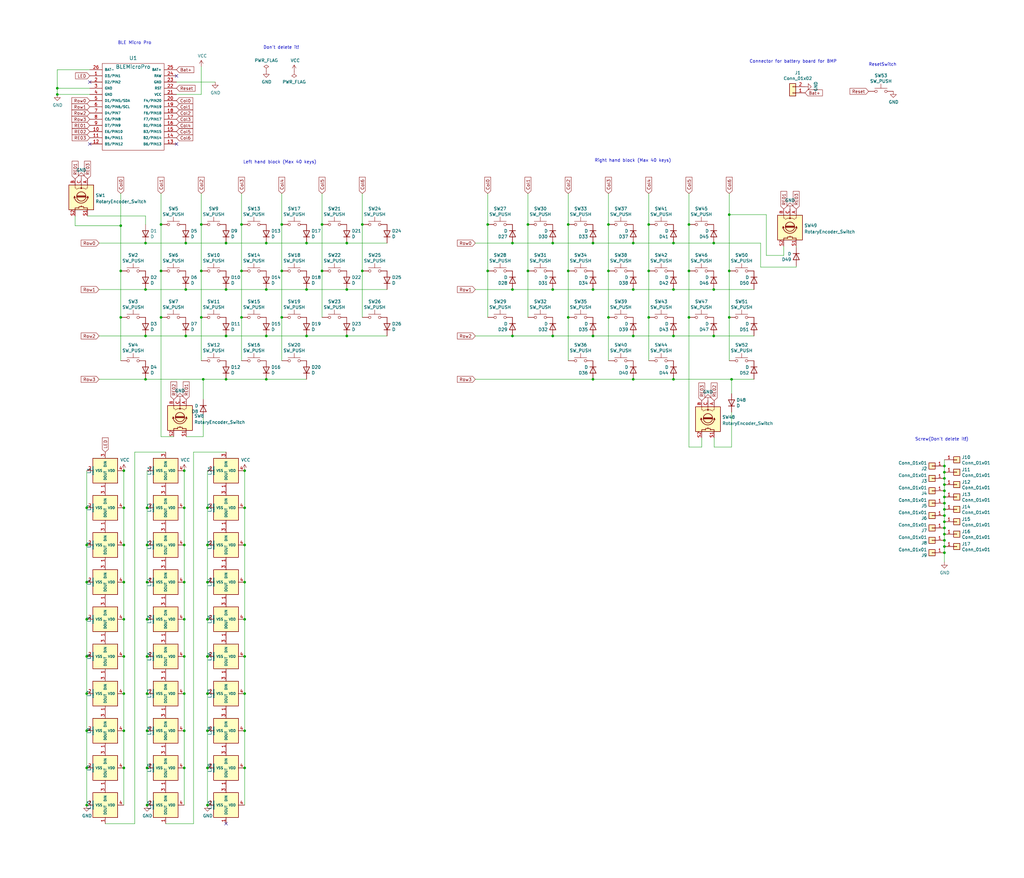
<source format=kicad_sch>
(kicad_sch (version 20211123) (generator eeschema)
  (paper "User" 419.989 360.045)
  (lib_symbols
    (symbol "Connector_Generic:Conn_01x01" (pin_names (offset 1.016) hide)
      (property "Reference" "J" (at 0 2.54 0))
      (property "Value" "Conn_01x01" (at 0 -2.54 0))
      (symbol "Conn_01x01_1_1"
        (pin passive line (at -5.08 0 0) (length 3.81) (name "Pin_1") (number "1"))
      )
    )
    (symbol "Connector_Generic:Conn_01x02" (pin_names (offset 1.016) hide)
      (property "Reference" "J" (at 0 2.54 0))
      (property "Value" "Conn_01x02" (at 0 -5.08 0))
      (symbol "Conn_01x02_1_1"
        (pin passive line (at -5.08 0 0) (length 3.81) (name "Pin_1") (number "1"))
        (pin passive line (at -5.08 -2.54 0) (length 3.81) (name "Pin_2") (number "2"))
      )
    )
    (symbol "Device:D" (pin_numbers hide) (pin_names (offset 1.016) hide)
      (property "Reference" "D" (at 0 2.54 0))
      (property "Value" "D" (at 0 -2.54 0))
      (symbol "D_1_1"
        (pin passive line (at -3.81 0 0) (length 2.54) (name "K") (number "1"))
        (pin passive line (at 3.81 0 180) (length 2.54) (name "A") (number "2"))
      )
    )
    (symbol "Device:RotaryEncoder_Switch" (pin_names (offset 0.254) hide)
      (property "Reference" "SW" (at 0 6.604 0))
      (property "Value" "RotaryEncoder_Switch" (at 0 -6.604 0))
      (symbol "RotaryEncoder_Switch_1_1"
        (pin passive line (at -7.62 2.54 0) (length 2.54) (name "A") (number "A"))
        (pin passive line (at -7.62 -2.54 0) (length 2.54) (name "B") (number "B"))
        (pin passive line (at -7.62 0 0) (length 2.54) (name "C") (number "C"))
        (pin passive line (at 7.62 2.54 180) (length 2.54) (name "S1") (number "S1"))
        (pin passive line (at 7.62 -2.54 180) (length 2.54) (name "S2") (number "S2"))
      )
    )
    (symbol "Salicylic_kbd:LED_SK6812MINI-E" (pin_names (offset 1.016))
      (property "Reference" "LED" (at 5.08 -10.16 0))
      (property "Value" "LED_SK6812MINI-E" (at 8.89 -8.89 0))
      (symbol "LED_SK6812MINI-E_1_1"
        (pin output line (at 7.62 0 180) (length 2.54) (name "DOUT") (number "1"))
        (pin power_in line (at 0 -7.62 90) (length 2.54) (name "VSS") (number "2"))
        (pin input line (at -7.62 0 0) (length 2.54) (name "DIN") (number "3"))
        (pin power_in line (at 0 7.62 270) (length 2.54) (name "VDD") (number "4"))
      )
    )
    (symbol "Salicylic_kbd:Micon_BLEMicroPro" (pin_names (offset 1.016))
      (property "Reference" "U" (at 0 26.67 0))
      (property "Value" "Micon_BLEMicroPro" (at 0 -13.97 0))
      (symbol "Micon_BLEMicroPro_1_1"
        (pin bidirectional line (at -17.78 19.05 0) (length 5.08) (name "D3/PIN1") (number "1"))
        (pin bidirectional line (at -17.78 -3.81 0) (length 5.08) (name "E6/PIN10") (number "10"))
        (pin bidirectional line (at -17.78 -6.35 0) (length 5.08) (name "B4/PIN11") (number "11"))
        (pin bidirectional line (at -17.78 -8.89 0) (length 5.08) (name "B5/PIN12") (number "12"))
        (pin bidirectional line (at 17.78 -8.89 180) (length 5.08) (name "B6/PIN13") (number "13"))
        (pin bidirectional line (at 17.78 -6.35 180) (length 5.08) (name "B2/PIN14") (number "14"))
        (pin bidirectional line (at 17.78 -3.81 180) (length 5.08) (name "B3/PIN15") (number "15"))
        (pin bidirectional line (at 17.78 -1.27 180) (length 5.08) (name "B1/PIN16") (number "16"))
        (pin bidirectional line (at 17.78 1.27 180) (length 5.08) (name "F7/PIN17") (number "17"))
        (pin bidirectional line (at 17.78 3.81 180) (length 5.08) (name "F6/PIN18") (number "18"))
        (pin bidirectional line (at 17.78 6.35 180) (length 5.08) (name "F5/PIN19") (number "19"))
        (pin bidirectional line (at -17.78 16.51 0) (length 5.08) (name "D2/PIN2") (number "2"))
        (pin bidirectional line (at 17.78 8.89 180) (length 5.08) (name "F4/PIN20") (number "20"))
        (pin power_in line (at 17.78 11.43 180) (length 5.08) (name "VCC") (number "21"))
        (pin input line (at 17.78 13.97 180) (length 5.08) (name "RST") (number "22"))
        (pin power_in line (at 17.78 16.51 180) (length 5.08) (name "GND") (number "23"))
        (pin power_out line (at 17.78 19.05 180) (length 5.08) (name "RAW") (number "24"))
        (pin input line (at 17.78 21.59 180) (length 5.08) (name "BAT+") (number "25"))
        (pin input line (at -17.78 21.59 0) (length 5.08) (name "BAT-") (number "26"))
        (pin power_in line (at -17.78 13.97 0) (length 5.08) (name "GND") (number "3"))
        (pin power_in line (at -17.78 11.43 0) (length 5.08) (name "GND") (number "4"))
        (pin bidirectional line (at -17.78 8.89 0) (length 5.08) (name "D1/PIN5/SDA") (number "5"))
        (pin bidirectional line (at -17.78 6.35 0) (length 5.08) (name "D0/PIN6/SCL") (number "6"))
        (pin bidirectional line (at -17.78 3.81 0) (length 5.08) (name "D4/PIN7") (number "7"))
        (pin bidirectional line (at -17.78 1.27 0) (length 5.08) (name "C6/PIN8") (number "8"))
        (pin bidirectional line (at -17.78 -1.27 0) (length 5.08) (name "D7/PIN9") (number "9"))
      )
    )
    (symbol "Switch:SW_Push" (pin_numbers hide) (pin_names (offset 1.016) hide)
      (property "Reference" "SW" (at 1.27 2.54 0))
      (property "Value" "SW_Push" (at 0 -1.524 0))
      (symbol "SW_Push_0_1"
        (pin passive line (at -5.08 0 0) (length 2.54) (name "1") (number "1"))
        (pin passive line (at 5.08 0 180) (length 2.54) (name "2") (number "2"))
      )
    )
    (symbol "power:GND" (power) (pin_names (offset 0))
      (property "Value" "GND" (at 0 -3.81 0))
      (symbol "GND_1_1"
        (pin power_in line (at 0 0 270) (length 0) hide (name "GND") (number "1"))
      )
    )
    (symbol "power:PWR_FLAG" (power) (pin_numbers hide) (pin_names (offset 0) hide)
      (property "Value" "PWR_FLAG" (at 0 3.81 0))
      (symbol "PWR_FLAG_0_0"
        (pin power_out line (at 0 0 90) (length 0) (name "pwr") (number "1"))
      )
    )
    (symbol "power:VCC" (power) (pin_names (offset 0))
      (property "Value" "VCC" (at 0 3.81 0))
      (symbol "VCC_1_1"
        (pin power_in line (at 0 0 90) (length 0) hide (name "VCC") (number "1"))
      )
    )
  )
  (junction (at 50.8 223.52))
  (junction (at 387.35 203.835))
  (junction (at 75.565 284.48))
  (junction (at 132.08 111.125))
  (junction (at 249.555 92.075))
  (junction (at 210.185 118.745))
  (junction (at 49.53 92.5569))
  (junction (at 35.56 208.28))
  (junction (at 75.565 223.52))
  (junction (at 60.325 330.2))
  (junction (at 60.325 208.28))
  (junction (at 387.35 226.695))
  (junction (at 387.35 196.215))
  (junction (at 142.24 118.745))
  (junction (at 387.35 211.455))
  (junction (at 109.22 155.575))
  (junction (at 35.56 254))
  (junction (at 60.325 284.48))
  (junction (at 109.22 137.795))
  (junction (at 60.325 254))
  (junction (at 92.71 99.695))
  (junction (at 243.205 137.795))
  (junction (at 233.045 111.125))
  (junction (at 82.55 111.125))
  (junction (at 276.225 155.575))
  (junction (at 85.09 208.28))
  (junction (at 100.33 193.04))
  (junction (at 60.325 238.76))
  (junction (at 115.57 130.175))
  (junction (at 50.8 284.48))
  (junction (at 23.495 36.195))
  (junction (at 35.56 238.76))
  (junction (at 75.565 314.96))
  (junction (at 266.065 130.175))
  (junction (at 59.69 99.695))
  (junction (at 85.09 284.48))
  (junction (at 142.24 137.795))
  (junction (at 387.35 206.375))
  (junction (at 49.53 111.125))
  (junction (at 60.325 314.96))
  (junction (at 100.33 254))
  (junction (at 115.57 111.125))
  (junction (at 299.085 111.125))
  (junction (at 50.8 193.04))
  (junction (at 292.735 99.695))
  (junction (at 233.045 92.075))
  (junction (at 142.24 99.695))
  (junction (at 60.325 299.72))
  (junction (at 259.715 155.575))
  (junction (at 85.09 269.24))
  (junction (at 200.025 111.125))
  (junction (at 210.185 99.695))
  (junction (at 66.04 92.075))
  (junction (at 50.8 238.76))
  (junction (at 276.225 99.695))
  (junction (at 243.205 155.575))
  (junction (at 299.085 130.175))
  (junction (at 75.565 238.76))
  (junction (at 60.325 223.52))
  (junction (at 50.8 254))
  (junction (at 85.09 254))
  (junction (at 282.575 92.075))
  (junction (at 92.71 118.745))
  (junction (at 282.575 111.125))
  (junction (at 99.06 92.075))
  (junction (at 100.33 223.52))
  (junction (at 50.8 299.72))
  (junction (at 35.56 299.72))
  (junction (at 200.025 92.075))
  (junction (at 387.35 216.535))
  (junction (at 148.59 92.075))
  (junction (at 75.565 269.24))
  (junction (at 100.33 314.96))
  (junction (at 210.185 137.795))
  (junction (at 59.69 155.575))
  (junction (at 226.695 137.795))
  (junction (at 83.3455 155.575))
  (junction (at 35.56 284.48))
  (junction (at 100.33 208.28))
  (junction (at 100.33 238.76))
  (junction (at 259.715 99.695))
  (junction (at 249.555 130.175))
  (junction (at 66.04 111.125))
  (junction (at 85.09 238.76))
  (junction (at 387.35 193.675))
  (junction (at 300.0438 155.575))
  (junction (at 92.71 155.575))
  (junction (at 100.33 284.48))
  (junction (at 66.04 130.175))
  (junction (at 75.565 208.28))
  (junction (at 76.2 99.695))
  (junction (at 243.205 99.695))
  (junction (at 266.065 92.075))
  (junction (at 276.225 118.745))
  (junction (at 387.35 213.995))
  (junction (at 59.69 137.795))
  (junction (at 132.08 92.075))
  (junction (at 387.35 198.755))
  (junction (at 100.33 299.72))
  (junction (at 387.35 221.615))
  (junction (at 266.065 111.125))
  (junction (at 387.35 219.075))
  (junction (at 60.325 269.24))
  (junction (at 49.53 130.175))
  (junction (at 109.22 118.745))
  (junction (at 75.565 299.72))
  (junction (at 259.715 118.745))
  (junction (at 50.8 269.24))
  (junction (at 292.735 137.795))
  (junction (at 292.735 118.745))
  (junction (at 85.09 314.96))
  (junction (at 276.225 137.795))
  (junction (at 243.205 118.745))
  (junction (at 35.56 269.24))
  (junction (at 259.715 137.795))
  (junction (at 387.35 224.155))
  (junction (at 76.2 137.795))
  (junction (at 50.8 208.28))
  (junction (at 387.35 191.135))
  (junction (at 23.495 38.735))
  (junction (at 85.09 223.52))
  (junction (at 59.69 118.745))
  (junction (at 82.55 92.075))
  (junction (at 50.8 314.96))
  (junction (at 92.71 137.795))
  (junction (at 125.73 99.695))
  (junction (at 35.56 223.52))
  (junction (at 35.56 330.2))
  (junction (at 85.09 330.2))
  (junction (at 99.06 111.125))
  (junction (at 35.56 314.96))
  (junction (at 125.73 118.745))
  (junction (at 282.575 130.175))
  (junction (at 226.695 118.745))
  (junction (at 216.535 111.125))
  (junction (at 216.535 92.075))
  (junction (at 100.33 269.24))
  (junction (at 299.085 88.0286))
  (junction (at 109.22 99.695))
  (junction (at 82.55 130.175))
  (junction (at 249.555 111.125))
  (junction (at 387.35 208.915))
  (junction (at 99.06 130.175))
  (junction (at 125.73 137.795))
  (junction (at 226.695 99.695))
  (junction (at 76.2 118.745))
  (junction (at 75.565 193.04))
  (junction (at 85.09 299.72))
  (junction (at 233.045 130.175))
  (junction (at 387.35 201.295))
  (junction (at 148.59 111.125))
  (junction (at 75.565 254))
  (junction (at 115.57 92.075))
  (no_connect (at 36.83 59.055))
  (no_connect (at 92.71 337.82))
  (no_connect (at 72.39 31.115))
  (no_connect (at 72.39 59.055))
  (no_connect (at 36.83 33.655))
  (wire (pts (xy 60.325 284.48) (xy 60.325 299.72)))
  (wire (pts (xy 292.735 99.695) (xy 311.9503 99.695)))
  (wire (pts (xy 311.9503 109.5398) (xy 326.5555 109.5398)))
  (wire (pts (xy 50.8 254) (xy 50.8 269.24)))
  (wire (pts (xy 200.025 111.125) (xy 200.025 130.175)))
  (wire (pts (xy 59.69 137.795) (xy 40.64 137.795)))
  (wire (pts (xy 66.04 79.375) (xy 66.04 92.075)))
  (wire (pts (xy 142.24 118.745) (xy 158.75 118.745)))
  (wire (pts (xy 59.69 118.745) (xy 76.2 118.745)))
  (wire (pts (xy 387.35 221.615) (xy 387.35 224.155)))
  (wire (pts (xy 109.22 118.745) (xy 125.73 118.745)))
  (wire (pts (xy 79.375 185.42) (xy 92.71 185.42)))
  (wire (pts (xy 299.085 130.175) (xy 299.085 147.955)))
  (wire (pts (xy 35.56 238.76) (xy 35.56 254)))
  (wire (pts (xy 75.565 223.52) (xy 75.565 238.76)))
  (wire (pts (xy 276.225 118.745) (xy 292.735 118.745)))
  (wire (pts (xy 387.35 219.075) (xy 387.35 221.615)))
  (wire (pts (xy 282.575 130.175) (xy 282.575 183.3601)))
  (wire (pts (xy 387.35 201.295) (xy 387.35 203.835)))
  (wire (pts (xy 50.8 314.96) (xy 50.8 330.2)))
  (wire (pts (xy 36.83 36.195) (xy 23.495 36.195)))
  (wire (pts (xy 75.565 299.72) (xy 75.565 314.96)))
  (wire (pts (xy 100.33 208.28) (xy 100.33 223.52)))
  (wire (pts (xy 249.555 79.375) (xy 249.555 92.075)))
  (wire (pts (xy 132.08 111.125) (xy 132.08 130.175)))
  (wire (pts (xy 387.35 208.915) (xy 387.35 211.455)))
  (wire (pts (xy 299.085 88.0286) (xy 314.3316 88.0286)))
  (wire (pts (xy 300.0438 155.575) (xy 300.0438 161.4435)))
  (wire (pts (xy 287.8199 183.3601) (xy 287.8199 179.5497)))
  (wire (pts (xy 292.735 137.795) (xy 309.245 137.795)))
  (wire (pts (xy 100.33 269.24) (xy 100.33 284.48)))
  (wire (pts (xy 249.555 130.175) (xy 249.555 147.955)))
  (wire (pts (xy 282.575 183.3601) (xy 287.8199 183.3601)))
  (wire (pts (xy 92.71 118.745) (xy 109.22 118.745)))
  (wire (pts (xy 210.185 118.745) (xy 226.695 118.745)))
  (wire (pts (xy 66.04 130.175) (xy 66.04 179.0736)))
  (wire (pts (xy 100.33 193.04) (xy 100.33 208.28)))
  (wire (pts (xy 387.35 196.215) (xy 387.35 198.755)))
  (wire (pts (xy 300.0438 183.3601) (xy 292.8999 183.3601)))
  (wire (pts (xy 132.08 79.375) (xy 132.08 92.075)))
  (wire (pts (xy 35.56 208.28) (xy 35.56 223.52)))
  (wire (pts (xy 276.225 99.695) (xy 292.735 99.695)))
  (wire (pts (xy 59.69 99.695) (xy 40.64 99.695)))
  (wire (pts (xy 125.73 137.795) (xy 142.24 137.795)))
  (wire (pts (xy 115.57 92.075) (xy 115.57 111.125)))
  (wire (pts (xy 243.205 137.795) (xy 259.715 137.795)))
  (wire (pts (xy 216.535 111.125) (xy 216.535 130.175)))
  (wire (pts (xy 226.695 137.795) (xy 243.205 137.795)))
  (wire (pts (xy 82.55 111.125) (xy 82.55 130.175)))
  (wire (pts (xy 259.715 155.575) (xy 276.225 155.575)))
  (wire (pts (xy 210.185 137.795) (xy 226.695 137.795)))
  (wire (pts (xy 85.09 193.04) (xy 85.09 208.28)))
  (wire (pts (xy 115.57 130.175) (xy 115.57 147.955)))
  (wire (pts (xy 50.8 284.48) (xy 50.8 299.72)))
  (wire (pts (xy 233.045 111.125) (xy 233.045 130.175)))
  (wire (pts (xy 115.57 111.125) (xy 115.57 130.175)))
  (wire (pts (xy 326.5555 101.4547) (xy 326.5555 100.9668)))
  (wire (pts (xy 35.56 254) (xy 35.56 269.24)))
  (wire (pts (xy 387.35 191.135) (xy 387.35 193.675)))
  (wire (pts (xy 49.53 92.5569) (xy 49.53 111.125)))
  (wire (pts (xy 109.22 99.695) (xy 125.73 99.695)))
  (wire (pts (xy 387.35 224.155) (xy 387.35 226.695)))
  (wire (pts (xy 99.06 130.175) (xy 99.06 147.955)))
  (wire (pts (xy 266.065 130.175) (xy 266.065 147.955)))
  (wire (pts (xy 233.045 79.375) (xy 233.045 92.075)))
  (wire (pts (xy 299.085 79.375) (xy 299.085 88.0286)))
  (wire (pts (xy 282.575 92.075) (xy 282.575 111.125)))
  (wire (pts (xy 35.56 193.04) (xy 35.56 208.28)))
  (wire (pts (xy 259.715 99.695) (xy 276.225 99.695)))
  (wire (pts (xy 200.025 92.075) (xy 200.025 111.125)))
  (wire (pts (xy 259.715 118.745) (xy 276.225 118.745)))
  (wire (pts (xy 85.09 284.48) (xy 85.09 299.72)))
  (wire (pts (xy 82.55 92.075) (xy 82.55 111.125)))
  (wire (pts (xy 75.565 254) (xy 75.565 269.24)))
  (wire (pts (xy 194.945 118.745) (xy 210.185 118.745)))
  (wire (pts (xy 23.495 28.575) (xy 23.495 36.195)))
  (wire (pts (xy 243.205 118.745) (xy 259.715 118.745)))
  (wire (pts (xy 216.535 79.375) (xy 216.535 92.075)))
  (wire (pts (xy 276.225 155.575) (xy 300.0438 155.575)))
  (wire (pts (xy 100.33 314.96) (xy 100.33 330.2)))
  (wire (pts (xy 142.24 99.695) (xy 158.75 99.695)))
  (wire (pts (xy 85.09 223.52) (xy 85.09 238.76)))
  (wire (pts (xy 76.2 118.745) (xy 92.71 118.745)))
  (wire (pts (xy 326.5555 109.5398) (xy 326.5555 109.0747)))
  (wire (pts (xy 75.565 208.28) (xy 75.565 223.52)))
  (wire (pts (xy 85.09 238.76) (xy 85.09 254)))
  (wire (pts (xy 50.8 223.52) (xy 50.8 238.76)))
  (wire (pts (xy 83.3455 163.7909) (xy 83.3455 155.575)))
  (wire (pts (xy 35.56 314.96) (xy 35.56 330.2)))
  (wire (pts (xy 387.35 216.535) (xy 387.35 219.075)))
  (wire (pts (xy 76.3603 179.0736) (xy 83.3455 179.0736)))
  (wire (pts (xy 83.3455 155.575) (xy 92.71 155.575)))
  (wire (pts (xy 35.56 223.52) (xy 35.56 238.76)))
  (wire (pts (xy 299.085 88.0286) (xy 299.085 111.125)))
  (wire (pts (xy 249.555 111.125) (xy 249.555 130.175)))
  (wire (pts (xy 55.245 185.42) (xy 67.945 185.42)))
  (wire (pts (xy 67.945 337.82) (xy 79.375 337.82)))
  (wire (pts (xy 35.56 284.48) (xy 35.56 299.72)))
  (wire (pts (xy 216.535 92.075) (xy 216.535 111.125)))
  (wire (pts (xy 59.69 155.575) (xy 40.64 155.575)))
  (wire (pts (xy 92.71 155.575) (xy 109.22 155.575)))
  (wire (pts (xy 36.83 38.735) (xy 23.495 38.735)))
  (wire (pts (xy 92.71 99.695) (xy 109.22 99.695)))
  (wire (pts (xy 194.945 155.575) (xy 243.205 155.575)))
  (wire (pts (xy 49.53 130.175) (xy 49.53 147.955)))
  (wire (pts (xy 148.59 92.075) (xy 148.59 111.125)))
  (wire (pts (xy 60.325 269.24) (xy 60.325 284.48)))
  (wire (pts (xy 50.8 208.28) (xy 50.8 223.52)))
  (wire (pts (xy 60.325 208.28) (xy 60.325 223.52)))
  (wire (pts (xy 72.39 38.735) (xy 82.55 38.735)))
  (wire (pts (xy 60.325 254) (xy 60.325 269.24)))
  (wire (pts (xy 99.06 92.075) (xy 99.06 111.125)))
  (wire (pts (xy 59.69 118.745) (xy 40.64 118.745)))
  (wire (pts (xy 387.35 193.675) (xy 387.35 196.215)))
  (wire (pts (xy 100.33 284.48) (xy 100.33 299.72)))
  (wire (pts (xy 75.565 238.76) (xy 75.565 254)))
  (wire (pts (xy 259.715 137.795) (xy 276.225 137.795)))
  (wire (pts (xy 66.04 179.0736) (xy 71.2803 179.0736)))
  (wire (pts (xy 299.085 111.125) (xy 299.085 130.175)))
  (wire (pts (xy 85.09 314.96) (xy 85.09 330.2)))
  (wire (pts (xy 125.73 118.745) (xy 142.24 118.745)))
  (wire (pts (xy 50.8 269.24) (xy 50.8 284.48)))
  (wire (pts (xy 23.495 36.195) (xy 23.495 38.735)))
  (wire (pts (xy 59.69 88.5842) (xy 59.69 92.075)))
  (wire (pts (xy 85.09 269.24) (xy 85.09 284.48)))
  (wire (pts (xy 243.205 99.695) (xy 259.715 99.695)))
  (wire (pts (xy 85.09 254) (xy 85.09 269.24)))
  (wire (pts (xy 99.06 111.125) (xy 99.06 130.175)))
  (wire (pts (xy 55.245 337.82) (xy 55.245 185.42)))
  (wire (pts (xy 387.35 226.695) (xy 387.35 230.505)))
  (wire (pts (xy 292.735 118.745) (xy 309.245 118.745)))
  (wire (pts (xy 276.225 137.795) (xy 292.735 137.795)))
  (wire (pts (xy 266.065 92.075) (xy 266.065 111.125)))
  (wire (pts (xy 387.35 188.595) (xy 387.35 191.135)))
  (wire (pts (xy 66.04 111.125) (xy 66.04 130.175)))
  (wire (pts (xy 49.53 111.125) (xy 49.53 130.175)))
  (wire (pts (xy 115.57 79.375) (xy 115.57 92.075)))
  (wire (pts (xy 387.35 213.995) (xy 387.35 216.535)))
  (wire (pts (xy 75.565 314.96) (xy 75.565 330.2)))
  (wire (pts (xy 75.565 269.24) (xy 75.565 284.48)))
  (wire (pts (xy 82.55 79.375) (xy 82.55 92.075)))
  (wire (pts (xy 249.555 92.075) (xy 249.555 111.125)))
  (wire (pts (xy 148.59 79.375) (xy 148.59 92.075)))
  (wire (pts (xy 50.8 238.76) (xy 50.8 254)))
  (wire (pts (xy 99.06 79.375) (xy 99.06 92.075)))
  (wire (pts (xy 282.575 111.125) (xy 282.575 130.175)))
  (wire (pts (xy 300.0438 155.575) (xy 309.245 155.575)))
  (wire (pts (xy 148.59 111.125) (xy 148.59 130.175)))
  (wire (pts (xy 387.35 206.375) (xy 387.35 208.915)))
  (wire (pts (xy 387.35 203.835) (xy 387.35 206.375)))
  (wire (pts (xy 79.375 337.82) (xy 79.375 185.42)))
  (wire (pts (xy 194.945 99.695) (xy 210.185 99.695)))
  (wire (pts (xy 100.33 223.52) (xy 100.33 238.76)))
  (wire (pts (xy 266.065 111.125) (xy 266.065 130.175)))
  (wire (pts (xy 85.09 299.72) (xy 85.09 314.96)))
  (wire (pts (xy 311.9503 99.695) (xy 311.9503 109.5398)))
  (wire (pts (xy 59.69 137.795) (xy 76.2 137.795)))
  (wire (pts (xy 387.35 211.455) (xy 387.35 213.995)))
  (wire (pts (xy 83.3455 171.4109) (xy 83.3455 179.0736)))
  (wire (pts (xy 60.325 193.04) (xy 60.325 208.28)))
  (wire (pts (xy 226.695 118.745) (xy 243.205 118.745)))
  (wire (pts (xy 321.4755 104.7772) (xy 321.4755 100.9668)))
  (wire (pts (xy 35.56 299.72) (xy 35.56 314.96)))
  (wire (pts (xy 200.025 79.375) (xy 200.025 92.075)))
  (wire (pts (xy 142.24 137.795) (xy 158.75 137.795)))
  (wire (pts (xy 109.22 155.575) (xy 125.73 155.575)))
  (wire (pts (xy 60.325 299.72) (xy 60.325 314.96)))
  (wire (pts (xy 266.065 79.375) (xy 266.065 92.075)))
  (wire (pts (xy 109.22 137.795) (xy 125.73 137.795)))
  (wire (pts (xy 100.33 299.72) (xy 100.33 314.96)))
  (wire (pts (xy 35.56 269.24) (xy 35.56 284.48)))
  (wire (pts (xy 43.18 337.82) (xy 55.245 337.82)))
  (wire (pts (xy 76.2 99.695) (xy 92.71 99.695)))
  (wire (pts (xy 292.8999 183.3601) (xy 292.8999 179.5497)))
  (wire (pts (xy 300.0438 169.0635) (xy 300.0438 183.3601)))
  (wire (pts (xy 35.8782 88.5842) (xy 59.69 88.5842)))
  (wire (pts (xy 100.33 238.76) (xy 100.33 254)))
  (wire (pts (xy 50.8 193.04) (xy 50.8 208.28)))
  (wire (pts (xy 88.265 33.655) (xy 72.39 33.655)))
  (wire (pts (xy 132.08 92.075) (xy 132.08 111.125)))
  (wire (pts (xy 314.3316 104.7772) (xy 321.4755 104.7772)))
  (wire (pts (xy 60.325 238.76) (xy 60.325 254)))
  (wire (pts (xy 210.185 99.695) (xy 226.695 99.695)))
  (wire (pts (xy 59.69 155.575) (xy 83.3455 155.575)))
  (wire (pts (xy 125.73 99.695) (xy 142.24 99.695)))
  (wire (pts (xy 82.55 130.175) (xy 82.55 147.955)))
  (wire (pts (xy 49.53 92.5569) (xy 30.7982 92.5569)))
  (wire (pts (xy 75.565 284.48) (xy 75.565 299.72)))
  (wire (pts (xy 387.35 198.755) (xy 387.35 201.295)))
  (wire (pts (xy 59.69 99.695) (xy 76.2 99.695)))
  (wire (pts (xy 194.945 137.795) (xy 210.185 137.795)))
  (wire (pts (xy 66.04 92.075) (xy 66.04 111.125)))
  (wire (pts (xy 233.045 92.075) (xy 233.045 111.125)))
  (wire (pts (xy 314.3316 88.0286) (xy 314.3316 104.7772)))
  (wire (pts (xy 30.7982 92.5569) (xy 30.7982 88.5842)))
  (wire (pts (xy 226.695 99.695) (xy 243.205 99.695)))
  (wire (pts (xy 60.325 314.96) (xy 60.325 330.2)))
  (wire (pts (xy 92.71 137.795) (xy 109.22 137.795)))
  (wire (pts (xy 49.53 79.375) (xy 49.53 92.5569)))
  (wire (pts (xy 243.205 155.575) (xy 259.715 155.575)))
  (wire (pts (xy 36.83 28.575) (xy 23.495 28.575)))
  (wire (pts (xy 82.55 38.735) (xy 82.55 27.305)))
  (wire (pts (xy 282.575 79.375) (xy 282.575 92.075)))
  (wire (pts (xy 75.565 193.04) (xy 75.565 208.28)))
  (wire (pts (xy 85.09 208.28) (xy 85.09 223.52)))
  (wire (pts (xy 50.8 299.72) (xy 50.8 314.96)))
  (wire (pts (xy 100.33 254) (xy 100.33 269.24)))
  (wire (pts (xy 233.045 130.175) (xy 233.045 147.955)))
  (wire (pts (xy 76.2 137.795) (xy 92.71 137.795)))
  (wire (pts (xy 60.325 223.52) (xy 60.325 238.76)))
  (text "Right hand block (Max 40 keys)" (at 243.84 66.675 0) (effects (font (size 1.27 1.27)) (justify left bottom)))
  (text "Connector for battery board for BMP" (at 307.34 26.035 0) (effects (font (size 1.27 1.27)) (justify left bottom)))
  (text "Left hand block (Max 40 keys)" (at 99.695 67.31 0) (effects (font (size 1.27 1.27)) (justify left bottom)))
  (text "BLE Micro Pro" (at 48.26 18.415 0) (effects (font (size 1.27 1.27)) (justify left bottom)))
  (text "ResetSwitch" (at 356.235 27.305 0) (effects (font (size 1.27 1.27)) (justify left bottom)))
  (text "Don't delete it!" (at 107.95 20.32 0) (effects (font (size 1.27 1.27)) (justify left bottom)))
  (text "Screw(Don't delete it!)" (at 375.285 180.975 0) (effects (font (size 1.27 1.27)) (justify left bottom)))
  (global_label "Col5" (shape input) (at 72.39 53.975 0) (property "Intersheet References" "${INTERSHEET_REFS}" (effects hide)))
  (global_label "Row2" (shape input) (at 40.64 137.795 180) (property "Intersheet References" "${INTERSHEET_REFS}" (effects hide)))
  (global_label "Col6" (shape input) (at 299.085 79.375 90) (property "Intersheet References" "${INTERSHEET_REFS}" (effects hide)))
  (global_label "LED" (shape input) (at 36.83 31.115 180) (property "Intersheet References" "${INTERSHEET_REFS}" (effects hide)))
  (global_label "Col1" (shape input) (at 72.39 43.815 0) (property "Intersheet References" "${INTERSHEET_REFS}" (effects hide)))
  (global_label "Row1" (shape input) (at 40.64 118.745 180) (property "Intersheet References" "${INTERSHEET_REFS}" (effects hide)))
  (global_label "RE03" (shape input) (at 326.5555 85.7268 90) (property "Intersheet References" "${INTERSHEET_REFS}" (effects hide)))
  (global_label "Col0" (shape input) (at 72.39 41.275 0) (property "Intersheet References" "${INTERSHEET_REFS}" (effects hide)))
  (global_label "Col3" (shape input) (at 72.39 48.895 0) (property "Intersheet References" "${INTERSHEET_REFS}" (effects hide)))
  (global_label "RE03" (shape input) (at 287.8199 164.3097 90) (property "Intersheet References" "${INTERSHEET_REFS}" (effects hide)))
  (global_label "Col5" (shape input) (at 132.08 79.375 90) (property "Intersheet References" "${INTERSHEET_REFS}" (effects hide)))
  (global_label "Row0" (shape input) (at 40.64 99.695 180) (property "Intersheet References" "${INTERSHEET_REFS}" (effects hide)))
  (global_label "Reset" (shape input) (at 356.235 37.465 180) (property "Intersheet References" "${INTERSHEET_REFS}" (effects hide)))
  (global_label "RE01" (shape input) (at 76.3603 163.8336 90) (property "Intersheet References" "${INTERSHEET_REFS}" (effects hide)))
  (global_label "Row1" (shape input) (at 194.945 118.745 180) (property "Intersheet References" "${INTERSHEET_REFS}" (effects hide)))
  (global_label "Reset" (shape input) (at 72.39 36.195 0) (property "Intersheet References" "${INTERSHEET_REFS}" (effects hide)))
  (global_label "Col3" (shape input) (at 249.555 79.375 90) (property "Intersheet References" "${INTERSHEET_REFS}" (effects hide)))
  (global_label "Col6" (shape input) (at 148.59 79.375 90) (property "Intersheet References" "${INTERSHEET_REFS}" (effects hide)))
  (global_label "Col1" (shape input) (at 66.04 79.375 90) (property "Intersheet References" "${INTERSHEET_REFS}" (effects hide)))
  (global_label "RE01" (shape input) (at 30.7982 73.3442 90) (property "Intersheet References" "${INTERSHEET_REFS}" (effects hide)))
  (global_label "Col4" (shape input) (at 115.57 79.375 90) (property "Intersheet References" "${INTERSHEET_REFS}" (effects hide)))
  (global_label "Row3" (shape input) (at 194.945 155.575 180) (property "Intersheet References" "${INTERSHEET_REFS}" (effects hide)))
  (global_label "Col2" (shape input) (at 233.045 79.375 90) (property "Intersheet References" "${INTERSHEET_REFS}" (effects hide)))
  (global_label "Col4" (shape input) (at 72.39 51.435 0) (property "Intersheet References" "${INTERSHEET_REFS}" (effects hide)))
  (global_label "RE02" (shape input) (at 292.8999 164.3097 90) (property "Intersheet References" "${INTERSHEET_REFS}" (effects hide)))
  (global_label "LED" (shape input) (at 43.18 185.42 90) (property "Intersheet References" "${INTERSHEET_REFS}" (effects hide)))
  (global_label "Col0" (shape input) (at 49.53 79.375 90) (property "Intersheet References" "${INTERSHEET_REFS}" (effects hide)))
  (global_label "RE02" (shape input) (at 71.2803 163.8336 90) (property "Intersheet References" "${INTERSHEET_REFS}" (effects hide)))
  (global_label "Row0" (shape input) (at 36.83 41.275 180) (property "Intersheet References" "${INTERSHEET_REFS}" (effects hide)))
  (global_label "Bat+" (shape input) (at 330.2 38.1 0) (property "Intersheet References" "${INTERSHEET_REFS}" (effects hide)))
  (global_label "Col4" (shape input) (at 266.065 79.375 90) (property "Intersheet References" "${INTERSHEET_REFS}" (effects hide)))
  (global_label "Col2" (shape input) (at 72.39 46.355 0) (property "Intersheet References" "${INTERSHEET_REFS}" (effects hide)))
  (global_label "Col3" (shape input) (at 99.06 79.375 90) (property "Intersheet References" "${INTERSHEET_REFS}" (effects hide)))
  (global_label "RE01" (shape input) (at 36.83 51.435 180) (property "Intersheet References" "${INTERSHEET_REFS}" (effects hide)))
  (global_label "Row0" (shape input) (at 194.945 99.695 180) (property "Intersheet References" "${INTERSHEET_REFS}" (effects hide)))
  (global_label "Bat+" (shape input) (at 72.39 28.575 0) (property "Intersheet References" "${INTERSHEET_REFS}" (effects hide)))
  (global_label "Col0" (shape input) (at 200.025 79.375 90) (property "Intersheet References" "${INTERSHEET_REFS}" (effects hide)))
  (global_label "RE01" (shape input) (at 321.4755 85.7268 90) (property "Intersheet References" "${INTERSHEET_REFS}" (effects hide)))
  (global_label "RE03" (shape input) (at 36.83 56.515 180) (property "Intersheet References" "${INTERSHEET_REFS}" (effects hide)))
  (global_label "Col5" (shape input) (at 282.575 79.375 90) (property "Intersheet References" "${INTERSHEET_REFS}" (effects hide)))
  (global_label "Row3" (shape input) (at 40.64 155.575 180) (property "Intersheet References" "${INTERSHEET_REFS}" (effects hide)))
  (global_label "Col2" (shape input) (at 82.55 79.375 90) (property "Intersheet References" "${INTERSHEET_REFS}" (effects hide)))
  (global_label "Row2" (shape input) (at 36.83 46.355 180) (property "Intersheet References" "${INTERSHEET_REFS}" (effects hide)))
  (global_label "Row1" (shape input) (at 36.83 43.815 180) (property "Intersheet References" "${INTERSHEET_REFS}" (effects hide)))
  (global_label "Col1" (shape input) (at 216.535 79.375 90) (property "Intersheet References" "${INTERSHEET_REFS}" (effects hide)))
  (global_label "Row3" (shape input) (at 36.83 48.895 180) (property "Intersheet References" "${INTERSHEET_REFS}" (effects hide)))
  (global_label "Row2" (shape input) (at 194.945 137.795 180) (property "Intersheet References" "${INTERSHEET_REFS}" (effects hide)))
  (global_label "RE03" (shape input) (at 35.8782 73.3442 90) (property "Intersheet References" "${INTERSHEET_REFS}" (effects hide)))
  (global_label "RE02" (shape input) (at 36.83 53.975 180) (property "Intersheet References" "${INTERSHEET_REFS}" (effects hide)))
  (global_label "Col6" (shape input) (at 72.39 56.515 0) (property "Intersheet References" "${INTERSHEET_REFS}" (effects hide)))
  (symbol (lib_id "power:PWR_FLAG") (at 109.22 29.21 0) (unit 1)
    (property "Reference" "#FLG01" (effects hide))
    (property "Value" "PWR_FLAG" (at 109.22 24.7904 0))
  )
  (symbol (lib_id "power:PWR_FLAG") (at 120.65 29.21 180) (unit 1)
    (property "Reference" "#FLG02" (effects hide))
    (property "Value" "PWR_FLAG" (at 120.65 33.6042 0))
  )
  (symbol (lib_id "power:GND") (at 109.22 29.21 0) (unit 1)
    (property "Reference" "#PWR011" (effects hide))
    (property "Value" "GND" (at 109.347 33.6042 0))
  )
  (symbol (lib_id "power:VCC") (at 120.65 29.21 0) (unit 1)
    (property "Reference" "#PWR013" (effects hide))
    (property "Value" "VCC" (at 121.0818 24.8158 0))
  )
  (symbol (lib_id "Salicylic_kbd:Micon_BLEMicroPro") (at 54.61 50.165 0) (unit 1)
    (property "Reference" "U1" (at 54.61 23.8252 0) (effects (font (size 1.524 1.524))))
    (property "Value" "BLEMicroPro" (at 54.61 26.5176 0) (effects (font (size 1.524 1.524)) (justify top)))
    (property "Footprint" "kbd_Parts:Micon_BMP_GL" (effects hide))
  )
  (symbol (lib_id "power:GND") (at 88.265 33.655 0) (unit 1)
    (property "Reference" "#PWR09" (effects hide))
    (property "Value" "GND" (at 88.392 38.0492 0))
  )
  (symbol (lib_id "power:VCC") (at 82.55 27.305 0) (unit 1)
    (property "Reference" "#PWR07" (effects hide))
    (property "Value" "VCC" (at 82.9818 22.9108 0))
  )
  (symbol (lib_id "power:GND") (at 23.495 38.735 0) (unit 1)
    (property "Reference" "#PWR01" (effects hide))
    (property "Value" "GND" (at 23.622 43.1292 0))
  )
  (symbol (lib_id "Switch:SW_Push") (at 71.12 92.075 0) (unit 1)
    (property "Reference" "SW5" (at 71.12 85.598 0))
    (property "Value" "SW_PUSH" (at 71.12 87.9094 0))
    (property "Footprint" "kbd_SW:CherryMX_Hotswap_1u" (effects hide))
  )
  (symbol (lib_id "Switch:SW_Push") (at 54.61 111.125 0) (unit 1)
    (property "Reference" "SW2" (at 54.61 104.648 0))
    (property "Value" "SW_PUSH" (at 54.61 106.9594 0))
    (property "Footprint" "kbd_SW:CherryMX_Hotswap_1u" (effects hide))
  )
  (symbol (lib_id "Switch:SW_Push") (at 71.12 111.125 0) (unit 1)
    (property "Reference" "SW6" (at 71.12 104.648 0))
    (property "Value" "SW_PUSH" (at 71.12 106.9594 0))
    (property "Footprint" "kbd_SW:CherryMX_Hotswap_1.25u" (effects hide))
  )
  (symbol (lib_id "Device:D") (at 59.69 95.885 90) (unit 1)
    (property "Reference" "D1" (at 61.6966 94.7166 90) (effects (justify right)))
    (property "Value" "D" (at 61.6966 97.028 90) (effects (justify right)))
    (property "Footprint" "kbd_Parts:Diode_SMD" (effects hide))
  )
  (symbol (lib_id "Device:D") (at 76.2 95.885 90) (unit 1)
    (property "Reference" "D5" (at 78.2066 94.7166 90) (effects (justify right)))
    (property "Value" "D" (at 78.2066 97.028 90) (effects (justify right)))
    (property "Footprint" "kbd_Parts:Diode_SMD" (effects hide))
  )
  (symbol (lib_id "Device:D") (at 76.2 114.935 90) (unit 1)
    (property "Reference" "D6" (at 78.2066 113.7666 90) (effects (justify right)))
    (property "Value" "D" (at 78.2066 116.078 90) (effects (justify right)))
    (property "Footprint" "kbd_Parts:Diode_SMD" (effects hide))
  )
  (symbol (lib_id "Device:D") (at 59.69 114.935 90) (unit 1)
    (property "Reference" "D2" (at 61.6966 113.7666 90) (effects (justify right)))
    (property "Value" "D" (at 61.6966 116.078 90) (effects (justify right)))
    (property "Footprint" "kbd_Parts:Diode_SMD" (effects hide))
  )
  (symbol (lib_id "Switch:SW_Push") (at 361.315 37.465 0) (unit 1)
    (property "Reference" "SW53" (at 361.315 30.988 0))
    (property "Value" "SW_PUSH" (at 361.315 33.2994 0))
    (property "Footprint" "kbd_Parts:ResetSW" (effects hide))
  )
  (symbol (lib_id "power:GND") (at 366.395 37.465 0) (unit 1)
    (property "Reference" "#PWR025" (effects hide))
    (property "Value" "GND" (at 366.522 41.8592 0))
  )
  (symbol (lib_id "Switch:SW_Push") (at 104.14 92.075 0) (unit 1)
    (property "Reference" "SW13" (at 104.14 85.598 0))
    (property "Value" "SW_PUSH" (at 104.14 87.9094 0))
    (property "Footprint" "kbd_SW:CherryMX_Hotswap_1u" (effects hide))
  )
  (symbol (lib_id "Switch:SW_Push") (at 120.65 92.075 0) (unit 1)
    (property "Reference" "SW17" (at 120.65 85.598 0))
    (property "Value" "SW_PUSH" (at 120.65 87.9094 0))
    (property "Footprint" "kbd_SW:CherryMX_Hotswap_1u" (effects hide))
  )
  (symbol (lib_id "Switch:SW_Push") (at 137.16 92.075 0) (unit 1)
    (property "Reference" "SW21" (at 137.16 85.598 0))
    (property "Value" "SW_PUSH" (at 137.16 87.9094 0))
    (property "Footprint" "kbd_SW:CherryMX_Hotswap_1u" (effects hide))
  )
  (symbol (lib_id "Switch:SW_Push") (at 87.63 92.075 0) (unit 1)
    (property "Reference" "SW9" (at 87.63 85.598 0))
    (property "Value" "SW_PUSH" (at 87.63 87.9094 0))
    (property "Footprint" "kbd_SW:CherryMX_Hotswap_1u" (effects hide))
  )
  (symbol (lib_id "Switch:SW_Push") (at 104.14 130.175 0) (unit 1)
    (property "Reference" "SW15" (at 104.14 123.698 0))
    (property "Value" "SW_PUSH" (at 104.14 126.0094 0))
    (property "Footprint" "kbd_SW:CherryMX_Hotswap_1u" (effects hide))
  )
  (symbol (lib_id "Switch:SW_Push") (at 104.14 111.125 0) (unit 1)
    (property "Reference" "SW14" (at 104.14 104.648 0))
    (property "Value" "SW_PUSH" (at 104.14 106.9594 0))
    (property "Footprint" "kbd_SW:CherryMX_Hotswap_1u" (effects hide))
  )
  (symbol (lib_id "Switch:SW_Push") (at 120.65 111.125 0) (unit 1)
    (property "Reference" "SW18" (at 120.65 104.648 0))
    (property "Value" "SW_PUSH" (at 120.65 106.9594 0))
    (property "Footprint" "kbd_SW:CherryMX_Hotswap_1u" (effects hide))
  )
  (symbol (lib_id "Switch:SW_Push") (at 137.16 111.125 0) (unit 1)
    (property "Reference" "SW22" (at 137.16 104.648 0))
    (property "Value" "SW_PUSH" (at 137.16 106.9594 0))
    (property "Footprint" "kbd_SW:CherryMX_Hotswap_1u" (effects hide))
  )
  (symbol (lib_id "Switch:SW_Push") (at 87.63 111.125 0) (unit 1)
    (property "Reference" "SW10" (at 87.63 104.648 0))
    (property "Value" "SW_PUSH" (at 87.63 106.9594 0))
    (property "Footprint" "kbd_SW:CherryMX_Hotswap_1u" (effects hide))
  )
  (symbol (lib_id "Switch:SW_Push") (at 54.61 130.175 0) (unit 1)
    (property "Reference" "SW3" (at 54.61 123.698 0))
    (property "Value" "SW_PUSH" (at 54.61 126.0094 0))
    (property "Footprint" "kbd_SW:CherryMX_Hotswap_1u" (effects hide))
  )
  (symbol (lib_id "Switch:SW_Push") (at 54.61 147.955 0) (unit 1)
    (property "Reference" "SW4" (at 54.61 141.478 0))
    (property "Value" "SW_PUSH" (at 54.61 143.7894 0))
    (property "Footprint" "kbd_SW:CherryMX_Hotswap_1u" (effects hide))
  )
  (symbol (lib_id "Switch:SW_Push") (at 71.12 130.175 0) (unit 1)
    (property "Reference" "SW7" (at 71.12 123.698 0))
    (property "Value" "SW_PUSH" (at 71.12 126.0094 0))
    (property "Footprint" "kbd_SW:CherryMX_Hotswap_1.75u" (effects hide))
  )
  (symbol (lib_id "Switch:SW_Push") (at 87.63 130.175 0) (unit 1)
    (property "Reference" "SW11" (at 87.63 123.698 0))
    (property "Value" "SW_PUSH" (at 87.63 126.0094 0))
    (property "Footprint" "kbd_SW:CherryMX_Hotswap_1u" (effects hide))
  )
  (symbol (lib_id "Switch:SW_Push") (at 104.14 147.955 0) (unit 1)
    (property "Reference" "SW16" (at 104.14 141.478 0))
    (property "Value" "SW_PUSH" (at 104.14 143.7894 0))
    (property "Footprint" "kbd_SW:CherryMX_Hotswap_1.75u" (effects hide))
  )
  (symbol (lib_id "Switch:SW_Push") (at 120.65 147.955 0) (unit 1)
    (property "Reference" "SW20" (at 120.65 141.478 0))
    (property "Value" "SW_PUSH" (at 120.65 143.7894 0))
    (property "Footprint" "kbd_SW:CherryMX_Hotswap_1.25u" (effects hide))
  )
  (symbol (lib_id "Switch:SW_Push") (at 120.65 130.175 0) (unit 1)
    (property "Reference" "SW19" (at 120.65 123.698 0))
    (property "Value" "SW_PUSH" (at 120.65 126.0094 0))
    (property "Footprint" "kbd_SW:CherryMX_Hotswap_1u" (effects hide))
  )
  (symbol (lib_id "Switch:SW_Push") (at 137.16 130.175 0) (unit 1)
    (property "Reference" "SW23" (at 137.16 123.698 0))
    (property "Value" "SW_PUSH" (at 137.16 126.0094 0))
    (property "Footprint" "kbd_SW:CherryMX_Hotswap_1u" (effects hide))
  )
  (symbol (lib_id "Device:D") (at 92.71 95.885 90) (unit 1)
    (property "Reference" "D9" (at 94.7166 94.7166 90) (effects (justify right)))
    (property "Value" "D" (at 94.7166 97.028 90) (effects (justify right)))
    (property "Footprint" "kbd_Parts:Diode_SMD" (effects hide))
  )
  (symbol (lib_id "Device:D") (at 109.22 95.885 90) (unit 1)
    (property "Reference" "D13" (at 111.2266 94.7166 90) (effects (justify right)))
    (property "Value" "D" (at 111.2266 97.028 90) (effects (justify right)))
    (property "Footprint" "kbd_Parts:Diode_SMD" (effects hide))
  )
  (symbol (lib_id "Device:D") (at 125.73 95.885 90) (unit 1)
    (property "Reference" "D17" (at 127.7366 94.7166 90) (effects (justify right)))
    (property "Value" "D" (at 127.7366 97.028 90) (effects (justify right)))
    (property "Footprint" "kbd_Parts:Diode_SMD" (effects hide))
  )
  (symbol (lib_id "Device:D") (at 142.24 95.885 90) (unit 1)
    (property "Reference" "D21" (at 144.2466 94.7166 90) (effects (justify right)))
    (property "Value" "D" (at 144.2466 97.028 90) (effects (justify right)))
    (property "Footprint" "kbd_Parts:Diode_SMD" (effects hide))
  )
  (symbol (lib_id "Device:D") (at 142.24 114.935 90) (unit 1)
    (property "Reference" "D22" (at 144.2466 113.7666 90) (effects (justify right)))
    (property "Value" "D" (at 144.2466 116.078 90) (effects (justify right)))
    (property "Footprint" "kbd_Parts:Diode_SMD" (effects hide))
  )
  (symbol (lib_id "Device:D") (at 142.24 133.985 90) (unit 1)
    (property "Reference" "D23" (at 144.2466 132.8166 90) (effects (justify right)))
    (property "Value" "D" (at 144.2466 135.128 90) (effects (justify right)))
    (property "Footprint" "kbd_Parts:Diode_SMD" (effects hide))
  )
  (symbol (lib_id "Device:D") (at 125.73 151.765 90) (unit 1)
    (property "Reference" "D20" (at 127.7366 150.5966 90) (effects (justify right)))
    (property "Value" "D" (at 127.7366 152.908 90) (effects (justify right)))
    (property "Footprint" "kbd_Parts:Diode_SMD" (effects hide))
  )
  (symbol (lib_id "Device:D") (at 125.73 133.985 90) (unit 1)
    (property "Reference" "D19" (at 127.7366 132.8166 90) (effects (justify right)))
    (property "Value" "D" (at 127.7366 135.128 90) (effects (justify right)))
    (property "Footprint" "kbd_Parts:Diode_SMD" (effects hide))
  )
  (symbol (lib_id "Device:D") (at 125.73 114.935 90) (unit 1)
    (property "Reference" "D18" (at 127.7366 113.7666 90) (effects (justify right)))
    (property "Value" "D" (at 127.7366 116.078 90) (effects (justify right)))
    (property "Footprint" "kbd_Parts:Diode_SMD" (effects hide))
  )
  (symbol (lib_id "Device:D") (at 109.22 114.935 90) (unit 1)
    (property "Reference" "D14" (at 111.2266 113.7666 90) (effects (justify right)))
    (property "Value" "D" (at 111.2266 116.078 90) (effects (justify right)))
    (property "Footprint" "kbd_Parts:Diode_SMD" (effects hide))
  )
  (symbol (lib_id "Device:D") (at 92.71 114.935 90) (unit 1)
    (property "Reference" "D10" (at 94.7166 113.7666 90) (effects (justify right)))
    (property "Value" "D" (at 94.7166 116.078 90) (effects (justify right)))
    (property "Footprint" "kbd_Parts:Diode_SMD" (effects hide))
  )
  (symbol (lib_id "Device:D") (at 92.71 133.985 90) (unit 1)
    (property "Reference" "D11" (at 94.7166 132.8166 90) (effects (justify right)))
    (property "Value" "D" (at 94.7166 135.128 90) (effects (justify right)))
    (property "Footprint" "kbd_Parts:Diode_SMD" (effects hide))
  )
  (symbol (lib_id "Device:D") (at 109.22 133.985 90) (unit 1)
    (property "Reference" "D15" (at 111.2266 132.8166 90) (effects (justify right)))
    (property "Value" "D" (at 111.2266 135.128 90) (effects (justify right)))
    (property "Footprint" "kbd_Parts:Diode_SMD" (effects hide))
  )
  (symbol (lib_id "Device:D") (at 109.22 151.765 90) (unit 1)
    (property "Reference" "D16" (at 111.2266 150.5966 90) (effects (justify right)))
    (property "Value" "D" (at 111.2266 152.908 90) (effects (justify right)))
    (property "Footprint" "kbd_Parts:Diode_SMD" (effects hide))
  )
  (symbol (lib_id "Device:D") (at 83.3455 167.6009 270) (unit 1)
    (property "Reference" "D8" (at 81.3389 168.7693 90) (effects (justify right)))
    (property "Value" "D" (at 81.3389 166.4579 90) (effects (justify right)))
    (property "Footprint" "kbd_Parts:Diode_SMD" (effects hide))
  )
  (symbol (lib_id "Device:D") (at 76.2 133.985 90) (unit 1)
    (property "Reference" "D7" (at 78.2066 132.8166 90) (effects (justify right)))
    (property "Value" "D" (at 78.2066 135.128 90) (effects (justify right)))
    (property "Footprint" "kbd_Parts:Diode_SMD" (effects hide))
  )
  (symbol (lib_id "Device:D") (at 59.69 133.985 90) (unit 1)
    (property "Reference" "D3" (at 61.6966 132.8166 90) (effects (justify right)))
    (property "Value" "D" (at 61.6966 135.128 90) (effects (justify right)))
    (property "Footprint" "kbd_Parts:Diode_SMD" (effects hide))
  )
  (symbol (lib_id "Device:D") (at 59.69 151.765 90) (unit 1)
    (property "Reference" "D4" (at 61.6966 150.5966 90) (effects (justify right)))
    (property "Value" "D" (at 61.6966 152.908 90) (effects (justify right)))
    (property "Footprint" "kbd_Parts:Diode_SMD" (effects hide))
  )
  (symbol (lib_id "Salicylic_kbd:LED_SK6812MINI-E") (at 43.18 193.04 270) (unit 1)
    (property "Reference" "L1" (at 36.5252 193.04 0) (effects (font (size 1.2954 1.2954))))
    (property "Value" "SK6812MINI" (at 38.1762 193.04 0) (effects (font (size 0.4064 0.4064))))
    (property "Footprint" "kbd_Parts:LED_SK6812MINI-E_BL" (effects hide))
  )
  (symbol (lib_id "Salicylic_kbd:LED_SK6812MINI-E") (at 43.18 208.28 270) (unit 1)
    (property "Reference" "L2" (at 36.5252 208.28 0) (effects (font (size 1.2954 1.2954))))
    (property "Value" "SK6812MINI" (at 38.1762 208.28 0) (effects (font (size 0.4064 0.4064))))
    (property "Footprint" "kbd_Parts:LED_SK6812MINI-E_BL" (effects hide))
  )
  (symbol (lib_id "power:VCC") (at 50.8 193.04 0) (unit 1)
    (property "Reference" "#PWR03" (effects hide))
    (property "Value" "VCC" (at 51.2318 188.6458 0))
  )
  (symbol (lib_id "power:GND") (at 35.56 330.2 0) (unit 1)
    (property "Reference" "#PWR02" (effects hide))
    (property "Value" "GND" (at 35.687 334.5942 0))
  )
  (symbol (lib_id "power:GND") (at 330.2 35.56 90) (unit 1)
    (property "Reference" "#PWR024" (effects hide))
    (property "Value" "GND" (at 334.5942 35.433 0))
  )
  (symbol (lib_id "Salicylic_kbd:LED_SK6812MINI-E") (at 43.18 223.52 270) (unit 1)
    (property "Reference" "L3" (at 36.5252 223.52 0) (effects (font (size 1.2954 1.2954))))
    (property "Value" "SK6812MINI" (at 38.1762 223.52 0) (effects (font (size 0.4064 0.4064))))
    (property "Footprint" "kbd_Parts:LED_SK6812MINI-E_BL" (effects hide))
  )
  (symbol (lib_id "Salicylic_kbd:LED_SK6812MINI-E") (at 43.18 238.76 270) (unit 1)
    (property "Reference" "L4" (at 36.5252 238.76 0) (effects (font (size 1.2954 1.2954))))
    (property "Value" "SK6812MINI" (at 38.1762 238.76 0) (effects (font (size 0.4064 0.4064))))
    (property "Footprint" "kbd_Parts:LED_SK6812MINI-E_BL" (effects hide))
  )
  (symbol (lib_id "Salicylic_kbd:LED_SK6812MINI-E") (at 43.18 254 270) (unit 1)
    (property "Reference" "L5" (at 36.5252 254 0) (effects (font (size 1.2954 1.2954))))
    (property "Value" "SK6812MINI" (at 38.1762 254 0) (effects (font (size 0.4064 0.4064))))
    (property "Footprint" "kbd_Parts:LED_SK6812MINI-E_BL" (effects hide))
  )
  (symbol (lib_id "Salicylic_kbd:LED_SK6812MINI-E") (at 43.18 269.24 270) (unit 1)
    (property "Reference" "L6" (at 36.5252 269.24 0) (effects (font (size 1.2954 1.2954))))
    (property "Value" "SK6812MINI" (at 38.1762 269.24 0) (effects (font (size 0.4064 0.4064))))
    (property "Footprint" "kbd_Parts:LED_SK6812MINI-E_BL" (effects hide))
  )
  (symbol (lib_id "Connector_Generic:Conn_01x01") (at 392.43 208.915 0) (unit 1)
    (property "Reference" "J14" (at 394.462 207.8482 0) (effects (justify left)))
    (property "Value" "Conn_01x01" (at 394.462 210.1596 0) (effects (justify left)))
    (property "Footprint" "kbd_Hole:m2_Screw_Hole_Fab" (effects hide))
  )
  (symbol (lib_id "Connector_Generic:Conn_01x01") (at 382.27 211.455 180) (unit 1)
    (property "Reference" "J6" (at 380.238 212.5218 0) (effects (justify left)))
    (property "Value" "Conn_01x01" (at 380.238 210.2104 0) (effects (justify left)))
    (property "Footprint" "kbd_Hole:m2_Screw_Hole_EdgeCuts" (effects hide))
  )
  (symbol (lib_id "power:GND") (at 387.35 230.505 0) (unit 1)
    (property "Reference" "#PWR026" (effects hide))
    (property "Value" "GND" (at 387.477 234.8992 0))
  )
  (symbol (lib_id "Connector_Generic:Conn_01x01") (at 392.43 213.995 0) (unit 1)
    (property "Reference" "J15" (at 394.462 212.9282 0) (effects (justify left)))
    (property "Value" "Conn_01x01" (at 394.462 215.2396 0) (effects (justify left)))
    (property "Footprint" "kbd_Hole:m2_Screw_Hole_Fab" (effects hide))
  )
  (symbol (lib_id "Connector_Generic:Conn_01x01") (at 382.27 216.535 180) (unit 1)
    (property "Reference" "J7" (at 380.238 217.6018 0) (effects (justify left)))
    (property "Value" "Conn_01x01" (at 380.238 215.2904 0) (effects (justify left)))
    (property "Footprint" "kbd_Hole:m2_Screw_Hole_EdgeCuts" (effects hide))
  )
  (symbol (lib_id "Device:D") (at 92.71 151.765 90) (unit 1)
    (property "Reference" "D12" (at 94.7166 150.5966 90) (effects (justify right)))
    (property "Value" "D" (at 94.7166 152.908 90) (effects (justify right)))
    (property "Footprint" "kbd_Parts:Diode_SMD" (effects hide))
  )
  (symbol (lib_id "Switch:SW_Push") (at 87.63 147.955 0) (unit 1)
    (property "Reference" "SW12" (at 87.63 141.478 0))
    (property "Value" "SW_PUSH" (at 87.63 143.7894 0))
    (property "Footprint" "kbd_SW:CherryMX_Hotswap_1.25u" (effects hide))
  )
  (symbol (lib_id "Salicylic_kbd:LED_SK6812MINI-E") (at 43.18 284.48 270) (unit 1)
    (property "Reference" "L7" (at 36.5252 284.48 0) (effects (font (size 1.2954 1.2954))))
    (property "Value" "SK6812MINI" (at 38.1762 284.48 0) (effects (font (size 0.4064 0.4064))))
    (property "Footprint" "kbd_Parts:LED_SK6812MINI-E_BL" (effects hide))
  )
  (symbol (lib_id "Salicylic_kbd:LED_SK6812MINI-E") (at 43.18 299.72 270) (unit 1)
    (property "Reference" "L8" (at 36.5252 299.72 0) (effects (font (size 1.2954 1.2954))))
    (property "Value" "SK6812MINI" (at 38.1762 299.72 0) (effects (font (size 0.4064 0.4064))))
    (property "Footprint" "kbd_Parts:LED_SK6812MINI-E_BL" (effects hide))
  )
  (symbol (lib_id "Salicylic_kbd:LED_SK6812MINI-E") (at 43.18 314.96 270) (unit 1)
    (property "Reference" "L9" (at 36.5252 314.96 0) (effects (font (size 1.2954 1.2954))))
    (property "Value" "SK6812MINI" (at 38.1762 314.96 0) (effects (font (size 0.4064 0.4064))))
    (property "Footprint" "kbd_Parts:LED_SK6812MINI-E_BL" (effects hide))
  )
  (symbol (lib_id "Salicylic_kbd:LED_SK6812MINI-E") (at 43.18 330.2 270) (unit 1)
    (property "Reference" "L10" (at 36.5252 330.2 0) (effects (font (size 1.2954 1.2954))))
    (property "Value" "SK6812MINI" (at 38.1762 330.2 0) (effects (font (size 0.4064 0.4064))))
    (property "Footprint" "kbd_Parts:LED_SK6812MINI-E_BL" (effects hide))
  )
  (symbol (lib_id "Connector_Generic:Conn_01x02") (at 325.12 38.1 180) (unit 1)
    (property "Reference" "J1" (at 327.2028 29.845 0))
    (property "Value" "Conn_01x02" (at 327.2028 32.1564 0))
    (property "Footprint" "kbd_Parts:Battery_XH2.5_GL_PCB" (effects hide))
  )
  (symbol (lib_id "Switch:SW_Push") (at 153.67 130.175 0) (unit 1)
    (property "Reference" "SW26" (at 153.67 123.698 0))
    (property "Value" "SW_PUSH" (at 153.67 126.0094 0))
    (property "Footprint" "kbd_SW:CherryMX_Hotswap_1u" (effects hide))
  )
  (symbol (lib_id "Switch:SW_Push") (at 153.67 111.125 0) (unit 1)
    (property "Reference" "SW25" (at 153.67 104.648 0))
    (property "Value" "SW_PUSH" (at 153.67 106.9594 0))
    (property "Footprint" "kbd_SW:CherryMX_Hotswap_1u" (effects hide))
  )
  (symbol (lib_id "Switch:SW_Push") (at 153.67 92.075 0) (unit 1)
    (property "Reference" "SW24" (at 153.67 85.598 0))
    (property "Value" "SW_PUSH" (at 153.67 87.9094 0))
    (property "Footprint" "kbd_SW:CherryMX_Hotswap_1u" (effects hide))
  )
  (symbol (lib_id "Device:D") (at 158.75 133.985 90) (unit 1)
    (property "Reference" "D26" (at 160.7566 132.8166 90) (effects (justify right)))
    (property "Value" "D" (at 160.7566 135.128 90) (effects (justify right)))
    (property "Footprint" "kbd_Parts:Diode_SMD" (effects hide))
  )
  (symbol (lib_id "Device:D") (at 158.75 114.935 90) (unit 1)
    (property "Reference" "D25" (at 160.7566 113.7666 90) (effects (justify right)))
    (property "Value" "D" (at 160.7566 116.078 90) (effects (justify right)))
    (property "Footprint" "kbd_Parts:Diode_SMD" (effects hide))
  )
  (symbol (lib_id "Device:D") (at 158.75 95.885 90) (unit 1)
    (property "Reference" "D24" (at 160.7566 94.7166 90) (effects (justify right)))
    (property "Value" "D" (at 160.7566 97.028 90) (effects (justify right)))
    (property "Footprint" "kbd_Parts:Diode_SMD" (effects hide))
  )
  (symbol (lib_id "Device:D") (at 210.185 95.885 270) (unit 1)
    (property "Reference" "D27" (at 208.1784 97.0534 90) (effects (justify right)))
    (property "Value" "D" (at 208.1784 94.742 90) (effects (justify right)))
    (property "Footprint" "kbd_Parts:Diode_SMD" (effects hide))
  )
  (symbol (lib_id "Device:D") (at 210.185 114.935 270) (unit 1)
    (property "Reference" "D28" (at 208.1784 116.1034 90) (effects (justify right)))
    (property "Value" "D" (at 208.1784 113.792 90) (effects (justify right)))
    (property "Footprint" "kbd_Parts:Diode_SMD" (effects hide))
  )
  (symbol (lib_id "Device:D") (at 210.185 133.985 270) (unit 1)
    (property "Reference" "D29" (at 208.1784 135.1534 90) (effects (justify right)))
    (property "Value" "D" (at 208.1784 132.842 90) (effects (justify right)))
    (property "Footprint" "kbd_Parts:Diode_SMD" (effects hide))
  )
  (symbol (lib_id "Switch:SW_Push") (at 205.105 130.175 0) (unit 1)
    (property "Reference" "SW29" (at 205.105 123.698 0))
    (property "Value" "SW_PUSH" (at 205.105 126.0094 0))
    (property "Footprint" "kbd_SW:CherryMX_Hotswap_1u" (effects hide))
  )
  (symbol (lib_id "Switch:SW_Push") (at 205.105 111.125 0) (unit 1)
    (property "Reference" "SW28" (at 205.105 104.648 0))
    (property "Value" "SW_PUSH" (at 205.105 106.9594 0))
    (property "Footprint" "kbd_SW:CherryMX_Hotswap_1u" (effects hide))
  )
  (symbol (lib_id "Switch:SW_Push") (at 205.105 92.075 0) (unit 1)
    (property "Reference" "SW27" (at 205.105 85.598 0))
    (property "Value" "SW_PUSH" (at 205.105 87.9094 0))
    (property "Footprint" "kbd_SW:CherryMX_Hotswap_1u" (effects hide))
  )
  (symbol (lib_id "Switch:SW_Push") (at 238.125 147.955 0) (unit 1)
    (property "Reference" "SW36" (at 238.125 141.478 0))
    (property "Value" "SW_PUSH" (at 238.125 143.7894 0))
    (property "Footprint" "kbd_SW:CherryMX_Hotswap_1.25u" (effects hide))
  )
  (symbol (lib_id "Device:D") (at 243.205 151.765 270) (unit 1)
    (property "Reference" "D36" (at 241.1984 152.9334 90) (effects (justify right)))
    (property "Value" "D" (at 241.1984 150.622 90) (effects (justify right)))
    (property "Footprint" "kbd_Parts:Diode_SMD" (effects hide))
  )
  (symbol (lib_id "Switch:SW_Push") (at 238.125 92.075 0) (unit 1)
    (property "Reference" "SW33" (at 238.125 85.598 0))
    (property "Value" "SW_PUSH" (at 238.125 87.9094 0))
    (property "Footprint" "kbd_SW:CherryMX_Hotswap_1u" (effects hide))
  )
  (symbol (lib_id "Switch:SW_Push") (at 238.125 111.125 0) (unit 1)
    (property "Reference" "SW34" (at 238.125 104.648 0))
    (property "Value" "SW_PUSH" (at 238.125 106.9594 0))
    (property "Footprint" "kbd_SW:CherryMX_Hotswap_1u" (effects hide))
  )
  (symbol (lib_id "Switch:SW_Push") (at 238.125 130.175 0) (unit 1)
    (property "Reference" "SW35" (at 238.125 123.698 0))
    (property "Value" "SW_PUSH" (at 238.125 126.0094 0))
    (property "Footprint" "kbd_SW:CherryMX_Hotswap_1u" (effects hide))
  )
  (symbol (lib_id "Switch:SW_Push") (at 221.615 130.175 0) (unit 1)
    (property "Reference" "SW32" (at 221.615 123.698 0))
    (property "Value" "SW_PUSH" (at 221.615 126.0094 0))
    (property "Footprint" "kbd_SW:CherryMX_Hotswap_1u" (effects hide))
  )
  (symbol (lib_id "Switch:SW_Push") (at 221.615 111.125 0) (unit 1)
    (property "Reference" "SW31" (at 221.615 104.648 0))
    (property "Value" "SW_PUSH" (at 221.615 106.9594 0))
    (property "Footprint" "kbd_SW:CherryMX_Hotswap_1u" (effects hide))
  )
  (symbol (lib_id "Switch:SW_Push") (at 221.615 92.075 0) (unit 1)
    (property "Reference" "SW30" (at 221.615 85.598 0))
    (property "Value" "SW_PUSH" (at 221.615 87.9094 0))
    (property "Footprint" "kbd_SW:CherryMX_Hotswap_1u" (effects hide))
  )
  (symbol (lib_id "Switch:SW_Push") (at 271.145 92.075 0) (unit 1)
    (property "Reference" "SW41" (at 271.145 85.598 0))
    (property "Value" "SW_PUSH" (at 271.145 87.9094 0))
    (property "Footprint" "kbd_SW:CherryMX_Hotswap_1u" (effects hide))
  )
  (symbol (lib_id "Switch:SW_Push") (at 271.145 111.125 0) (unit 1)
    (property "Reference" "SW42" (at 271.145 104.648 0))
    (property "Value" "SW_PUSH" (at 271.145 106.9594 0))
    (property "Footprint" "kbd_SW:CherryMX_Hotswap_1u" (effects hide))
  )
  (symbol (lib_id "Switch:SW_Push") (at 271.145 130.175 0) (unit 1)
    (property "Reference" "SW43" (at 271.145 123.698 0))
    (property "Value" "SW_PUSH" (at 271.145 126.0094 0))
    (property "Footprint" "kbd_SW:CherryMX_Hotswap_1u" (effects hide))
  )
  (symbol (lib_id "Switch:SW_Push") (at 271.145 147.955 0) (unit 1)
    (property "Reference" "SW44" (at 271.145 141.478 0))
    (property "Value" "SW_PUSH" (at 271.145 143.7894 0))
    (property "Footprint" "kbd_SW:CherryMX_Hotswap_1.25u" (effects hide))
  )
  (symbol (lib_id "Switch:SW_Push") (at 254.635 147.955 0) (unit 1)
    (property "Reference" "SW40" (at 254.635 141.478 0))
    (property "Value" "SW_PUSH" (at 254.635 143.7894 0))
    (property "Footprint" "kbd_SW:CherryMX_Hotswap_1.75u" (effects hide))
  )
  (symbol (lib_id "Switch:SW_Push") (at 254.635 130.175 0) (unit 1)
    (property "Reference" "SW39" (at 254.635 123.698 0))
    (property "Value" "SW_PUSH" (at 254.635 126.0094 0))
    (property "Footprint" "kbd_SW:CherryMX_Hotswap_1u" (effects hide))
  )
  (symbol (lib_id "Switch:SW_Push") (at 254.635 111.125 0) (unit 1)
    (property "Reference" "SW38" (at 254.635 104.648 0))
    (property "Value" "SW_PUSH" (at 254.635 106.9594 0))
    (property "Footprint" "kbd_SW:CherryMX_Hotswap_1u" (effects hide))
  )
  (symbol (lib_id "Switch:SW_Push") (at 254.635 92.075 0) (unit 1)
    (property "Reference" "SW37" (at 254.635 85.598 0))
    (property "Value" "SW_PUSH" (at 254.635 87.9094 0))
    (property "Footprint" "kbd_SW:CherryMX_Hotswap_1u" (effects hide))
  )
  (symbol (lib_id "Switch:SW_Push") (at 287.655 130.175 0) (unit 1)
    (property "Reference" "SW47" (at 287.655 123.698 0))
    (property "Value" "SW_PUSH" (at 287.655 126.0094 0))
    (property "Footprint" "kbd_SW:CherryMX_Hotswap_1.75u" (effects hide))
  )
  (symbol (lib_id "Switch:SW_Push") (at 287.655 111.125 0) (unit 1)
    (property "Reference" "SW46" (at 287.655 104.648 0))
    (property "Value" "SW_PUSH" (at 287.655 106.9594 0))
    (property "Footprint" "kbd_SW:CherryMX_Hotswap_1.25u" (effects hide))
  )
  (symbol (lib_id "Switch:SW_Push") (at 287.655 92.075 0) (unit 1)
    (property "Reference" "SW45" (at 287.655 85.598 0))
    (property "Value" "SW_PUSH" (at 287.655 87.9094 0))
    (property "Footprint" "kbd_SW:CherryMX_Hotswap_1.5u" (effects hide))
  )
  (symbol (lib_id "Device:D") (at 226.695 133.985 270) (unit 1)
    (property "Reference" "D32" (at 224.6884 135.1534 90) (effects (justify right)))
    (property "Value" "D" (at 224.6884 132.842 90) (effects (justify right)))
    (property "Footprint" "kbd_Parts:Diode_SMD" (effects hide))
  )
  (symbol (lib_id "Device:D") (at 259.715 151.765 270) (unit 1)
    (property "Reference" "D40" (at 257.7084 152.9334 90) (effects (justify right)))
    (property "Value" "D" (at 257.7084 150.622 90) (effects (justify right)))
    (property "Footprint" "kbd_Parts:Diode_SMD" (effects hide))
  )
  (symbol (lib_id "Device:D") (at 259.715 133.985 270) (unit 1)
    (property "Reference" "D39" (at 257.7084 135.1534 90) (effects (justify right)))
    (property "Value" "D" (at 257.7084 132.842 90) (effects (justify right)))
    (property "Footprint" "kbd_Parts:Diode_SMD" (effects hide))
  )
  (symbol (lib_id "Device:D") (at 243.205 133.985 270) (unit 1)
    (property "Reference" "D35" (at 241.1984 135.1534 90) (effects (justify right)))
    (property "Value" "D" (at 241.1984 132.842 90) (effects (justify right)))
    (property "Footprint" "kbd_Parts:Diode_SMD" (effects hide))
  )
  (symbol (lib_id "Device:D") (at 243.205 114.935 270) (unit 1)
    (property "Reference" "D34" (at 241.1984 116.1034 90) (effects (justify right)))
    (property "Value" "D" (at 241.1984 113.792 90) (effects (justify right)))
    (property "Footprint" "kbd_Parts:Diode_SMD" (effects hide))
  )
  (symbol (lib_id "Device:D") (at 259.715 114.935 270) (unit 1)
    (property "Reference" "D38" (at 257.7084 116.1034 90) (effects (justify right)))
    (property "Value" "D" (at 257.7084 113.792 90) (effects (justify right)))
    (property "Footprint" "kbd_Parts:Diode_SMD" (effects hide))
  )
  (symbol (lib_id "Device:D") (at 276.225 114.935 270) (unit 1)
    (property "Reference" "D42" (at 274.2184 116.1034 90) (effects (justify right)))
    (property "Value" "D" (at 274.2184 113.792 90) (effects (justify right)))
    (property "Footprint" "kbd_Parts:Diode_SMD" (effects hide))
  )
  (symbol (lib_id "Device:D") (at 276.225 133.985 270) (unit 1)
    (property "Reference" "D43" (at 274.2184 135.1534 90) (effects (justify right)))
    (property "Value" "D" (at 274.2184 132.842 90) (effects (justify right)))
    (property "Footprint" "kbd_Parts:Diode_SMD" (effects hide))
  )
  (symbol (lib_id "Device:D") (at 276.225 151.765 270) (unit 1)
    (property "Reference" "D44" (at 274.2184 152.9334 90) (effects (justify right)))
    (property "Value" "D" (at 274.2184 150.622 90) (effects (justify right)))
    (property "Footprint" "kbd_Parts:Diode_SMD" (effects hide))
  )
  (symbol (lib_id "Device:D") (at 300.0438 165.2535 90) (unit 1)
    (property "Reference" "D48" (at 302.0504 164.0851 90) (effects (justify right)))
    (property "Value" "D" (at 302.0504 166.3965 90) (effects (justify right)))
    (property "Footprint" "kbd_Parts:Diode_SMD" (effects hide))
  )
  (symbol (lib_id "Device:D") (at 292.735 133.985 270) (unit 1)
    (property "Reference" "D47" (at 290.7284 135.1534 90) (effects (justify right)))
    (property "Value" "D" (at 290.7284 132.842 90) (effects (justify right)))
    (property "Footprint" "kbd_Parts:Diode_SMD" (effects hide))
  )
  (symbol (lib_id "Device:D") (at 292.735 114.935 270) (unit 1)
    (property "Reference" "D46" (at 290.7284 116.1034 90) (effects (justify right)))
    (property "Value" "D" (at 290.7284 113.792 90) (effects (justify right)))
    (property "Footprint" "kbd_Parts:Diode_SMD" (effects hide))
  )
  (symbol (lib_id "Device:D") (at 292.735 95.885 270) (unit 1)
    (property "Reference" "D45" (at 290.7284 97.0534 90) (effects (justify right)))
    (property "Value" "D" (at 290.7284 94.742 90) (effects (justify right)))
    (property "Footprint" "kbd_Parts:Diode_SMD" (effects hide))
  )
  (symbol (lib_id "Device:D") (at 276.225 95.885 270) (unit 1)
    (property "Reference" "D41" (at 274.2184 97.0534 90) (effects (justify right)))
    (property "Value" "D" (at 274.2184 94.742 90) (effects (justify right)))
    (property "Footprint" "kbd_Parts:Diode_SMD" (effects hide))
  )
  (symbol (lib_id "Device:D") (at 259.715 95.885 270) (unit 1)
    (property "Reference" "D37" (at 257.7084 97.0534 90) (effects (justify right)))
    (property "Value" "D" (at 257.7084 94.742 90) (effects (justify right)))
    (property "Footprint" "kbd_Parts:Diode_SMD" (effects hide))
  )
  (symbol (lib_id "Device:D") (at 243.205 95.885 270) (unit 1)
    (property "Reference" "D33" (at 241.1984 97.0534 90) (effects (justify right)))
    (property "Value" "D" (at 241.1984 94.742 90) (effects (justify right)))
    (property "Footprint" "kbd_Parts:Diode_SMD" (effects hide))
  )
  (symbol (lib_id "Device:D") (at 226.695 114.935 270) (unit 1)
    (property "Reference" "D31" (at 224.6884 116.1034 90) (effects (justify right)))
    (property "Value" "D" (at 224.6884 113.792 90) (effects (justify right)))
    (property "Footprint" "kbd_Parts:Diode_SMD" (effects hide))
  )
  (symbol (lib_id "Device:D") (at 226.695 95.885 270) (unit 1)
    (property "Reference" "D30" (at 224.6884 97.0534 90) (effects (justify right)))
    (property "Value" "D" (at 224.6884 94.742 90) (effects (justify right)))
    (property "Footprint" "kbd_Parts:Diode_SMD" (effects hide))
  )
  (symbol (lib_id "Switch:SW_Push") (at 304.165 147.955 0) (unit 1)
    (property "Reference" "SW52" (at 304.165 141.478 0))
    (property "Value" "SW_PUSH" (at 304.165 143.7894 0))
    (property "Footprint" "kbd_SW:CherryMX_Hotswap_1u" (effects hide))
  )
  (symbol (lib_id "Switch:SW_Push") (at 304.165 130.175 0) (unit 1)
    (property "Reference" "SW51" (at 304.165 123.698 0))
    (property "Value" "SW_PUSH" (at 304.165 126.0094 0))
    (property "Footprint" "kbd_SW:CherryMX_Hotswap_1u" (effects hide))
  )
  (symbol (lib_id "Switch:SW_Push") (at 304.165 111.125 0) (unit 1)
    (property "Reference" "SW50" (at 304.165 104.648 0))
    (property "Value" "SW_PUSH" (at 304.165 106.9594 0))
    (property "Footprint" "kbd_SW:CherryMX_Hotswap_1u" (effects hide))
  )
  (symbol (lib_id "Device:D") (at 309.245 151.765 270) (unit 1)
    (property "Reference" "D52" (at 307.2384 152.9334 90) (effects (justify right)))
    (property "Value" "D" (at 307.2384 150.622 90) (effects (justify right)))
    (property "Footprint" "kbd_Parts:Diode_SMD" (effects hide))
  )
  (symbol (lib_id "Device:D") (at 309.245 133.985 270) (unit 1)
    (property "Reference" "D51" (at 307.2384 135.1534 90) (effects (justify right)))
    (property "Value" "D" (at 307.2384 132.842 90) (effects (justify right)))
    (property "Footprint" "kbd_Parts:Diode_SMD" (effects hide))
  )
  (symbol (lib_id "Device:D") (at 309.245 114.935 270) (unit 1)
    (property "Reference" "D50" (at 307.2384 116.1034 90) (effects (justify right)))
    (property "Value" "D" (at 307.2384 113.792 90) (effects (justify right)))
    (property "Footprint" "kbd_Parts:Diode_SMD" (effects hide))
  )
  (symbol (lib_id "Device:D") (at 326.5555 105.2647 270) (unit 1)
    (property "Reference" "D49" (at 324.5489 106.4331 90) (effects (justify right)))
    (property "Value" "D" (at 324.5489 104.1217 90) (effects (justify right)))
    (property "Footprint" "kbd_Parts:Diode_SMD" (effects hide))
  )
  (symbol (lib_id "Connector_Generic:Conn_01x01") (at 392.43 198.755 0) (unit 1)
    (property "Reference" "J12" (at 394.462 197.6882 0) (effects (justify left)))
    (property "Value" "Conn_01x01" (at 394.462 199.9996 0) (effects (justify left)))
    (property "Footprint" "kbd_Hole:m2_Screw_Hole_Fab" (effects hide))
  )
  (symbol (lib_id "Connector_Generic:Conn_01x01") (at 382.27 201.295 180) (unit 1)
    (property "Reference" "J4" (at 380.238 202.3618 0) (effects (justify left)))
    (property "Value" "Conn_01x01" (at 380.238 200.0504 0) (effects (justify left)))
    (property "Footprint" "kbd_Hole:m2_Screw_Hole_EdgeCuts" (effects hide))
  )
  (symbol (lib_id "Connector_Generic:Conn_01x01") (at 392.43 203.835 0) (unit 1)
    (property "Reference" "J13" (at 394.462 202.7682 0) (effects (justify left)))
    (property "Value" "Conn_01x01" (at 394.462 205.0796 0) (effects (justify left)))
    (property "Footprint" "kbd_Hole:m2_Screw_Hole_Fab" (effects hide))
  )
  (symbol (lib_id "Connector_Generic:Conn_01x01") (at 382.27 206.375 180) (unit 1)
    (property "Reference" "J5" (at 380.238 207.4418 0) (effects (justify left)))
    (property "Value" "Conn_01x01" (at 380.238 205.1304 0) (effects (justify left)))
    (property "Footprint" "kbd_Hole:m2_Screw_Hole_EdgeCuts" (effects hide))
  )
  (symbol (lib_id "Connector_Generic:Conn_01x01") (at 392.43 219.075 0) (unit 1)
    (property "Reference" "J16" (at 394.462 218.0082 0) (effects (justify left)))
    (property "Value" "Conn_01x01" (at 394.462 220.3196 0) (effects (justify left)))
    (property "Footprint" "kbd_Hole:m2_Screw_Hole_Fab" (effects hide))
  )
  (symbol (lib_id "Connector_Generic:Conn_01x01") (at 382.27 221.615 180) (unit 1)
    (property "Reference" "J8" (at 380.238 222.6818 0) (effects (justify left)))
    (property "Value" "Conn_01x01" (at 380.238 220.3704 0) (effects (justify left)))
    (property "Footprint" "kbd_Hole:m2_Screw_Hole_Fab" (effects hide))
  )
  (symbol (lib_id "Connector_Generic:Conn_01x01") (at 392.43 224.155 0) (unit 1)
    (property "Reference" "J17" (at 394.462 223.0882 0) (effects (justify left)))
    (property "Value" "Conn_01x01" (at 394.462 225.3996 0) (effects (justify left)))
    (property "Footprint" "kbd_Hole:m2_Screw_Hole_Fab" (effects hide))
  )
  (symbol (lib_id "Connector_Generic:Conn_01x01") (at 382.27 226.695 180) (unit 1)
    (property "Reference" "J9" (at 380.238 227.7618 0) (effects (justify left)))
    (property "Value" "Conn_01x01" (at 380.238 225.4504 0) (effects (justify left)))
    (property "Footprint" "kbd_Hole:m2_Screw_Hole_Fab" (effects hide))
  )
  (symbol (lib_id "Salicylic_kbd:LED_SK6812MINI-E") (at 67.945 299.72 270) (unit 1)
    (property "Reference" "L18" (at 61.2902 299.72 0) (effects (font (size 1.2954 1.2954))))
    (property "Value" "SK6812MINI" (at 62.9412 299.72 0) (effects (font (size 0.4064 0.4064))))
    (property "Footprint" "kbd_Parts:LED_SK6812MINI-E_BL" (effects hide))
  )
  (symbol (lib_id "Salicylic_kbd:LED_SK6812MINI-E") (at 67.945 284.48 270) (unit 1)
    (property "Reference" "L17" (at 61.2902 284.48 0) (effects (font (size 1.2954 1.2954))))
    (property "Value" "SK6812MINI" (at 62.9412 284.48 0) (effects (font (size 0.4064 0.4064))))
    (property "Footprint" "kbd_Parts:LED_SK6812MINI-E_BL" (effects hide))
  )
  (symbol (lib_id "Salicylic_kbd:LED_SK6812MINI-E") (at 67.945 269.24 270) (unit 1)
    (property "Reference" "L16" (at 61.2902 269.24 0) (effects (font (size 1.2954 1.2954))))
    (property "Value" "SK6812MINI" (at 62.9412 269.24 0) (effects (font (size 0.4064 0.4064))))
    (property "Footprint" "kbd_Parts:LED_SK6812MINI-E_BL" (effects hide))
  )
  (symbol (lib_id "Salicylic_kbd:LED_SK6812MINI-E") (at 67.945 223.52 270) (unit 1)
    (property "Reference" "L13" (at 61.2902 223.52 0) (effects (font (size 1.2954 1.2954))))
    (property "Value" "SK6812MINI" (at 62.9412 223.52 0) (effects (font (size 0.4064 0.4064))))
    (property "Footprint" "kbd_Parts:LED_SK6812MINI-E_BL" (effects hide))
  )
  (symbol (lib_id "power:GND") (at 60.325 330.2 0) (unit 1)
    (property "Reference" "#PWR04" (effects hide))
    (property "Value" "GND" (at 60.452 334.5942 0))
  )
  (symbol (lib_id "Salicylic_kbd:LED_SK6812MINI-E") (at 67.945 208.28 270) (unit 1)
    (property "Reference" "L12" (at 61.2902 208.28 0) (effects (font (size 1.2954 1.2954))))
    (property "Value" "SK6812MINI" (at 62.9412 208.28 0) (effects (font (size 0.4064 0.4064))))
    (property "Footprint" "kbd_Parts:LED_SK6812MINI-E_BL" (effects hide))
  )
  (symbol (lib_id "Salicylic_kbd:LED_SK6812MINI-E") (at 67.945 193.04 270) (unit 1)
    (property "Reference" "L11" (at 61.2902 193.04 0) (effects (font (size 1.2954 1.2954))))
    (property "Value" "SK6812MINI" (at 62.9412 193.04 0) (effects (font (size 0.4064 0.4064))))
    (property "Footprint" "kbd_Parts:LED_SK6812MINI-E_BL" (effects hide))
  )
  (symbol (lib_id "Salicylic_kbd:LED_SK6812MINI-E") (at 67.945 314.96 270) (unit 1)
    (property "Reference" "L19" (at 61.2902 314.96 0) (effects (font (size 1.2954 1.2954))))
    (property "Value" "SK6812MINI" (at 62.9412 314.96 0) (effects (font (size 0.4064 0.4064))))
    (property "Footprint" "kbd_Parts:LED_SK6812MINI-E_BL" (effects hide))
  )
  (symbol (lib_id "Salicylic_kbd:LED_SK6812MINI-E") (at 67.945 330.2 270) (unit 1)
    (property "Reference" "L20" (at 61.2902 330.2 0) (effects (font (size 1.2954 1.2954))))
    (property "Value" "SK6812MINI" (at 62.9412 330.2 0) (effects (font (size 0.4064 0.4064))))
    (property "Footprint" "kbd_Parts:LED_SK6812MINI-E_BL" (effects hide))
  )
  (symbol (lib_id "Salicylic_kbd:LED_SK6812MINI-E") (at 67.945 254 270) (unit 1)
    (property "Reference" "L15" (at 61.2902 254 0) (effects (font (size 1.2954 1.2954))))
    (property "Value" "SK6812MINI" (at 62.9412 254 0) (effects (font (size 0.4064 0.4064))))
    (property "Footprint" "kbd_Parts:LED_SK6812MINI-E_BL" (effects hide))
  )
  (symbol (lib_id "Salicylic_kbd:LED_SK6812MINI-E") (at 67.945 238.76 270) (unit 1)
    (property "Reference" "L14" (at 61.2902 238.76 0) (effects (font (size 1.2954 1.2954))))
    (property "Value" "SK6812MINI" (at 62.9412 238.76 0) (effects (font (size 0.4064 0.4064))))
    (property "Footprint" "kbd_Parts:LED_SK6812MINI-E_BL" (effects hide))
  )
  (symbol (lib_id "power:VCC") (at 75.565 193.04 0) (unit 1)
    (property "Reference" "#PWR06" (effects hide))
    (property "Value" "VCC" (at 75.9968 188.6458 0))
  )
  (symbol (lib_id "Salicylic_kbd:LED_SK6812MINI-E") (at 92.71 299.72 270) (unit 1)
    (property "Reference" "L28" (at 86.0552 299.72 0) (effects (font (size 1.2954 1.2954))))
    (property "Value" "SK6812MINI" (at 87.7062 299.72 0) (effects (font (size 0.4064 0.4064))))
    (property "Footprint" "kbd_Parts:LED_SK6812MINI-E_BL" (effects hide))
  )
  (symbol (lib_id "Salicylic_kbd:LED_SK6812MINI-E") (at 92.71 284.48 270) (unit 1)
    (property "Reference" "L27" (at 86.0552 284.48 0) (effects (font (size 1.2954 1.2954))))
    (property "Value" "SK6812MINI" (at 87.7062 284.48 0) (effects (font (size 0.4064 0.4064))))
    (property "Footprint" "kbd_Parts:LED_SK6812MINI-E_BL" (effects hide))
  )
  (symbol (lib_id "Salicylic_kbd:LED_SK6812MINI-E") (at 92.71 269.24 270) (unit 1)
    (property "Reference" "L26" (at 86.0552 269.24 0) (effects (font (size 1.2954 1.2954))))
    (property "Value" "SK6812MINI" (at 87.7062 269.24 0) (effects (font (size 0.4064 0.4064))))
    (property "Footprint" "kbd_Parts:LED_SK6812MINI-E_BL" (effects hide))
  )
  (symbol (lib_id "Salicylic_kbd:LED_SK6812MINI-E") (at 92.71 223.52 270) (unit 1)
    (property "Reference" "L23" (at 86.0552 223.52 0) (effects (font (size 1.2954 1.2954))))
    (property "Value" "SK6812MINI" (at 87.7062 223.52 0) (effects (font (size 0.4064 0.4064))))
    (property "Footprint" "kbd_Parts:LED_SK6812MINI-E_BL" (effects hide))
  )
  (symbol (lib_id "power:GND") (at 85.09 330.2 0) (unit 1)
    (property "Reference" "#PWR08" (effects hide))
    (property "Value" "GND" (at 85.217 334.5942 0))
  )
  (symbol (lib_id "Salicylic_kbd:LED_SK6812MINI-E") (at 92.71 208.28 270) (unit 1)
    (property "Reference" "L22" (at 86.0552 208.28 0) (effects (font (size 1.2954 1.2954))))
    (property "Value" "SK6812MINI" (at 87.7062 208.28 0) (effects (font (size 0.4064 0.4064))))
    (property "Footprint" "kbd_Parts:LED_SK6812MINI-E_BL" (effects hide))
  )
  (symbol (lib_id "Salicylic_kbd:LED_SK6812MINI-E") (at 92.71 193.04 270) (unit 1)
    (property "Reference" "L21" (at 86.0552 193.04 0) (effects (font (size 1.2954 1.2954))))
    (property "Value" "SK6812MINI" (at 87.7062 193.04 0) (effects (font (size 0.4064 0.4064))))
    (property "Footprint" "kbd_Parts:LED_SK6812MINI-E_BL" (effects hide))
  )
  (symbol (lib_id "Salicylic_kbd:LED_SK6812MINI-E") (at 92.71 314.96 270) (unit 1)
    (property "Reference" "L29" (at 86.0552 314.96 0) (effects (font (size 1.2954 1.2954))))
    (property "Value" "SK6812MINI" (at 87.7062 314.96 0) (effects (font (size 0.4064 0.4064))))
    (property "Footprint" "kbd_Parts:LED_SK6812MINI-E_BL" (effects hide))
  )
  (symbol (lib_id "Salicylic_kbd:LED_SK6812MINI-E") (at 92.71 330.2 270) (unit 1)
    (property "Reference" "L30" (at 86.0552 330.2 0) (effects (font (size 1.2954 1.2954))))
    (property "Value" "SK6812MINI" (at 87.7062 330.2 0) (effects (font (size 0.4064 0.4064))))
    (property "Footprint" "kbd_Parts:LED_SK6812MINI-E_BL" (effects hide))
  )
  (symbol (lib_id "Salicylic_kbd:LED_SK6812MINI-E") (at 92.71 254 270) (unit 1)
    (property "Reference" "L25" (at 86.0552 254 0) (effects (font (size 1.2954 1.2954))))
    (property "Value" "SK6812MINI" (at 87.7062 254 0) (effects (font (size 0.4064 0.4064))))
    (property "Footprint" "kbd_Parts:LED_SK6812MINI-E_BL" (effects hide))
  )
  (symbol (lib_id "Salicylic_kbd:LED_SK6812MINI-E") (at 92.71 238.76 270) (unit 1)
    (property "Reference" "L24" (at 86.0552 238.76 0) (effects (font (size 1.2954 1.2954))))
    (property "Value" "SK6812MINI" (at 87.7062 238.76 0) (effects (font (size 0.4064 0.4064))))
    (property "Footprint" "kbd_Parts:LED_SK6812MINI-E_BL" (effects hide))
  )
  (symbol (lib_id "power:VCC") (at 100.33 193.04 0) (unit 1)
    (property "Reference" "#PWR010" (effects hide))
    (property "Value" "VCC" (at 100.7618 188.6458 0))
  )
  (symbol (lib_id "Connector_Generic:Conn_01x01") (at 392.43 188.595 0) (unit 1)
    (property "Reference" "J10" (at 394.462 187.5282 0) (effects (justify left)))
    (property "Value" "Conn_01x01" (at 394.462 189.8396 0) (effects (justify left)))
    (property "Footprint" "kbd_Hole:m2_Screw_Hole_Fab" (effects hide))
  )
  (symbol (lib_id "Connector_Generic:Conn_01x01") (at 382.27 191.135 180) (unit 1)
    (property "Reference" "J2" (at 380.238 192.2018 0) (effects (justify left)))
    (property "Value" "Conn_01x01" (at 380.238 189.8904 0) (effects (justify left)))
    (property "Footprint" "kbd_Hole:m2_Screw_Hole_EdgeCuts" (effects hide))
  )
  (symbol (lib_id "Connector_Generic:Conn_01x01") (at 392.43 193.675 0) (unit 1)
    (property "Reference" "J11" (at 394.462 192.6082 0) (effects (justify left)))
    (property "Value" "Conn_01x01" (at 394.462 194.9196 0) (effects (justify left)))
    (property "Footprint" "kbd_Hole:m2_Screw_Hole_Fab" (effects hide))
  )
  (symbol (lib_id "Connector_Generic:Conn_01x01") (at 382.27 196.215 180) (unit 1)
    (property "Reference" "J3" (at 380.238 197.2818 0) (effects (justify left)))
    (property "Value" "Conn_01x01" (at 380.238 194.9704 0) (effects (justify left)))
    (property "Footprint" "kbd_Hole:m2_Screw_Hole_EdgeCuts" (effects hide))
  )
  (symbol (lib_id "power:GND") (at 324.0155 85.7268 180) (unit 1)
    (property "Reference" "#PWR0101" (effects hide))
    (property "Value" "GND" (at 324.0155 82.151 0))
  )
  (symbol (lib_id "Device:RotaryEncoder_Switch") (at 73.8203 171.4536 270) (unit 1)
    (property "Reference" "SW8" (at 79.6623 170.6189 90) (effects (justify left)))
    (property "Value" "RotaryEncoder_Switch" (at 79.6623 173.1558 90) (effects (justify left)))
    (property "Footprint" "kbd_Parts:RotaryEncoder_EC12E" (effects hide))
  )
  (symbol (lib_id "power:GND") (at 73.8203 163.8336 180) (unit 1)
    (property "Reference" "#PWR05" (effects hide))
    (property "Value" "GND" (at 73.8203 160.2578 0))
  )
  (symbol (lib_id "power:GND") (at 33.3382 73.3442 180) (unit 1)
    (property "Reference" "#PWR0103" (effects hide))
    (property "Value" "GND" (at 33.3382 69.7684 0))
  )
  (symbol (lib_id "Device:RotaryEncoder_Switch") (at 33.3382 80.9642 270) (unit 1)
    (property "Reference" "SW1" (at 39.1802 80.1295 90) (effects (justify left)))
    (property "Value" "RotaryEncoder_Switch" (at 39.1802 82.6664 90) (effects (justify left)))
    (property "Footprint" "Switch_CherryMX_Kailh_Socket:SW_Cherry_MX_1.00u_Kailh_EC12" (effects hide))
  )
  (symbol (lib_id "Device:RotaryEncoder_Switch") (at 290.3599 171.9297 270) (unit 1)
    (property "Reference" "SW48" (at 296.2019 171.095 90) (effects (justify left)))
    (property "Value" "RotaryEncoder_Switch" (at 296.2019 173.6319 90) (effects (justify left)))
    (property "Footprint" "kbd_Parts:RotaryEncoder_EC12E" (effects hide))
  )
  (symbol (lib_id "Device:RotaryEncoder_Switch") (at 324.0155 93.3468 270) (unit 1)
    (property "Reference" "SW49" (at 329.8575 92.5121 90) (effects (justify left)))
    (property "Value" "RotaryEncoder_Switch" (at 329.8575 95.049 90) (effects (justify left)))
    (property "Footprint" "Switch_CherryMX_Kailh_Socket:SW_Cherry_MX_1.00u_Kailh_EC12" (effects hide))
  )
  (symbol (lib_id "power:GND") (at 290.3599 164.3097 180) (unit 1)
    (property "Reference" "#PWR023" (effects hide))
    (property "Value" "GND" (at 290.3599 160.7339 0))
  )
)
</source>
